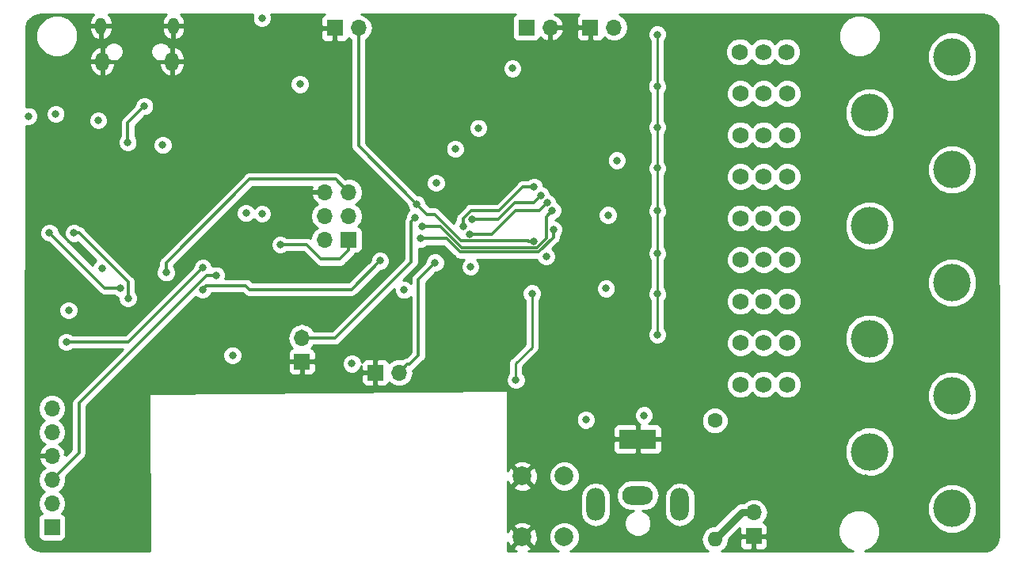
<source format=gbr>
G04 #@! TF.GenerationSoftware,KiCad,Pcbnew,(5.0.0)*
G04 #@! TF.CreationDate,2020-05-27T21:18:53+10:00*
G04 #@! TF.ProjectId,DAQ Board,44415120426F6172642E6B696361645F,rev?*
G04 #@! TF.SameCoordinates,Original*
G04 #@! TF.FileFunction,Copper,L4,Bot,Signal*
G04 #@! TF.FilePolarity,Positive*
%FSLAX46Y46*%
G04 Gerber Fmt 4.6, Leading zero omitted, Abs format (unit mm)*
G04 Created by KiCad (PCBNEW (5.0.0)) date 05/27/20 21:18:53*
%MOMM*%
%LPD*%
G01*
G04 APERTURE LIST*
G04 #@! TA.AperFunction,ComponentPad*
%ADD10R,1.700000X1.700000*%
G04 #@! TD*
G04 #@! TA.AperFunction,ComponentPad*
%ADD11O,1.700000X1.700000*%
G04 #@! TD*
G04 #@! TA.AperFunction,ComponentPad*
%ADD12C,2.000000*%
G04 #@! TD*
G04 #@! TA.AperFunction,ComponentPad*
%ADD13C,1.750000*%
G04 #@! TD*
G04 #@! TA.AperFunction,ComponentPad*
%ADD14C,4.000000*%
G04 #@! TD*
G04 #@! TA.AperFunction,ComponentPad*
%ADD15C,1.600000*%
G04 #@! TD*
G04 #@! TA.AperFunction,ComponentPad*
%ADD16O,1.600000X1.600000*%
G04 #@! TD*
G04 #@! TA.AperFunction,ComponentPad*
%ADD17O,1.450000X2.000000*%
G04 #@! TD*
G04 #@! TA.AperFunction,ComponentPad*
%ADD18O,1.150000X1.800000*%
G04 #@! TD*
G04 #@! TA.AperFunction,ComponentPad*
%ADD19R,4.000000X2.000000*%
G04 #@! TD*
G04 #@! TA.AperFunction,ComponentPad*
%ADD20O,3.300000X2.000000*%
G04 #@! TD*
G04 #@! TA.AperFunction,ComponentPad*
%ADD21O,2.000000X3.500000*%
G04 #@! TD*
G04 #@! TA.AperFunction,ViaPad*
%ADD22C,0.800000*%
G04 #@! TD*
G04 #@! TA.AperFunction,Conductor*
%ADD23C,0.250000*%
G04 #@! TD*
G04 #@! TA.AperFunction,Conductor*
%ADD24C,0.800000*%
G04 #@! TD*
G04 #@! TA.AperFunction,Conductor*
%ADD25C,0.300000*%
G04 #@! TD*
G04 #@! TA.AperFunction,Conductor*
%ADD26C,0.254000*%
G04 #@! TD*
G04 APERTURE END LIST*
D10*
G04 #@! TO.P,J14,1*
G04 #@! TO.N,/GND*
X187380000Y-69090000D03*
D11*
G04 #@! TO.P,J14,2*
G04 #@! TO.N,/ADC1299/VREFP*
X189920000Y-69090000D03*
G04 #@! TD*
D12*
G04 #@! TO.P,PB1,1*
G04 #@! TO.N,/GND*
X180100000Y-117090000D03*
G04 #@! TO.P,PB1,3*
G04 #@! TO.N,/~RESET_5V*
X184600000Y-117090000D03*
G04 #@! TO.P,PB1,4*
X184600000Y-123590000D03*
G04 #@! TO.P,PB1,2*
G04 #@! TO.N,/GND*
X180100000Y-123590000D03*
G04 #@! TD*
D13*
G04 #@! TO.P,SW10,2*
G04 #@! TO.N,Net-(R10-Pad2)*
X205920428Y-76161482D03*
G04 #@! TO.P,SW10,3*
G04 #@! TO.N,Net-(J18-Pad1)*
X208420428Y-76161482D03*
G04 #@! TO.P,SW10,1*
G04 #@! TO.N,/ADC1299/AVDD*
X203420428Y-76161482D03*
G04 #@! TD*
D14*
G04 #@! TO.P,J19,1*
G04 #@! TO.N,Net-(J19-Pad1)*
X226060000Y-72220000D03*
G04 #@! TD*
G04 #@! TO.P,J18,1*
G04 #@! TO.N,Net-(J18-Pad1)*
X217230000Y-78215000D03*
G04 #@! TD*
G04 #@! TO.P,J17,1*
G04 #@! TO.N,Net-(J17-Pad1)*
X226060000Y-84305000D03*
G04 #@! TD*
G04 #@! TO.P,J13,1*
G04 #@! TO.N,Net-(J13-Pad1)*
X217230000Y-90300000D03*
G04 #@! TD*
G04 #@! TO.P,J11,1*
G04 #@! TO.N,Net-(J11-Pad1)*
X226060000Y-96390000D03*
G04 #@! TD*
G04 #@! TO.P,J9,1*
G04 #@! TO.N,Net-(J9-Pad1)*
X217230000Y-102385000D03*
G04 #@! TD*
G04 #@! TO.P,J1,1*
G04 #@! TO.N,Net-(J1-Pad1)*
X226060000Y-120560000D03*
G04 #@! TD*
G04 #@! TO.P,J3,1*
G04 #@! TO.N,Net-(J3-Pad1)*
X217230000Y-114470000D03*
G04 #@! TD*
G04 #@! TO.P,J8,1*
G04 #@! TO.N,Net-(J8-Pad1)*
X226060000Y-108475000D03*
G04 #@! TD*
D11*
G04 #@! TO.P,J5,6*
G04 #@! TO.N,Net-(J5-Pad6)*
X129830428Y-109841482D03*
G04 #@! TO.P,J5,5*
G04 #@! TO.N,/+5V*
X129830428Y-112381482D03*
G04 #@! TO.P,J5,4*
G04 #@! TO.N,/GND*
X129830428Y-114921482D03*
G04 #@! TO.P,J5,3*
G04 #@! TO.N,/HC05_RX*
X129830428Y-117461482D03*
G04 #@! TO.P,J5,2*
G04 #@! TO.N,/HC05_TX*
X129830428Y-120001482D03*
D10*
G04 #@! TO.P,J5,1*
G04 #@! TO.N,Net-(J5-Pad1)*
X129830428Y-122541482D03*
G04 #@! TD*
G04 #@! TO.P,J12,1*
G04 #@! TO.N,/GND*
X156540000Y-104840000D03*
D11*
G04 #@! TO.P,J12,2*
G04 #@! TO.N,/START_3V3*
X156540000Y-102300000D03*
G04 #@! TD*
G04 #@! TO.P,J7,2*
G04 #@! TO.N,/VIN_RAW*
X204860428Y-120981482D03*
D10*
G04 #@! TO.P,J7,1*
G04 #@! TO.N,/GND*
X204860428Y-123521482D03*
G04 #@! TD*
G04 #@! TO.P,J16,1*
G04 #@! TO.N,/GND*
X160060428Y-69151482D03*
D11*
G04 #@! TO.P,J16,2*
G04 #@! TO.N,/~DRDY_3V3*
X162600428Y-69151482D03*
G04 #@! TD*
G04 #@! TO.P,J15,2*
G04 #@! TO.N,/GND*
X183080000Y-69110000D03*
D10*
G04 #@! TO.P,J15,1*
G04 #@! TO.N,/ADC1299/VCAP1*
X180540000Y-69110000D03*
G04 #@! TD*
G04 #@! TO.P,J10,1*
G04 #@! TO.N,/GND*
X164400000Y-106000000D03*
D11*
G04 #@! TO.P,J10,2*
G04 #@! TO.N,/~CS_3V3*
X166940000Y-106000000D03*
G04 #@! TD*
D13*
G04 #@! TO.P,SW7,2*
G04 #@! TO.N,Net-(R7-Pad2)*
X205920428Y-89496482D03*
G04 #@! TO.P,SW7,3*
G04 #@! TO.N,Net-(J11-Pad1)*
X208420428Y-89496482D03*
G04 #@! TO.P,SW7,1*
G04 #@! TO.N,/ADC1299/AVDD*
X203420428Y-89496482D03*
G04 #@! TD*
G04 #@! TO.P,SW3,2*
G04 #@! TO.N,Net-(R3-Pad2)*
X205920428Y-107276482D03*
G04 #@! TO.P,SW3,3*
G04 #@! TO.N,Net-(J1-Pad1)*
X208420428Y-107276482D03*
G04 #@! TO.P,SW3,1*
G04 #@! TO.N,/ADC1299/AVDD*
X203420428Y-107276482D03*
G04 #@! TD*
G04 #@! TO.P,SW4,2*
G04 #@! TO.N,Net-(R4-Pad2)*
X205920428Y-102831482D03*
G04 #@! TO.P,SW4,3*
G04 #@! TO.N,Net-(J3-Pad1)*
X208420428Y-102831482D03*
G04 #@! TO.P,SW4,1*
G04 #@! TO.N,/ADC1299/AVDD*
X203420428Y-102831482D03*
G04 #@! TD*
G04 #@! TO.P,SW5,2*
G04 #@! TO.N,Net-(R5-Pad2)*
X205920428Y-98386482D03*
G04 #@! TO.P,SW5,3*
G04 #@! TO.N,Net-(J8-Pad1)*
X208420428Y-98386482D03*
G04 #@! TO.P,SW5,1*
G04 #@! TO.N,/ADC1299/AVDD*
X203420428Y-98386482D03*
G04 #@! TD*
G04 #@! TO.P,SW6,2*
G04 #@! TO.N,Net-(R6-Pad2)*
X205920428Y-93941482D03*
G04 #@! TO.P,SW6,3*
G04 #@! TO.N,Net-(J9-Pad1)*
X208420428Y-93941482D03*
G04 #@! TO.P,SW6,1*
G04 #@! TO.N,/ADC1299/AVDD*
X203420428Y-93941482D03*
G04 #@! TD*
G04 #@! TO.P,SW8,2*
G04 #@! TO.N,Net-(R8-Pad2)*
X205920428Y-85051482D03*
G04 #@! TO.P,SW8,3*
G04 #@! TO.N,Net-(J13-Pad1)*
X208420428Y-85051482D03*
G04 #@! TO.P,SW8,1*
G04 #@! TO.N,/ADC1299/AVDD*
X203420428Y-85051482D03*
G04 #@! TD*
G04 #@! TO.P,SW9,2*
G04 #@! TO.N,Net-(R9-Pad2)*
X205920428Y-80606482D03*
G04 #@! TO.P,SW9,3*
G04 #@! TO.N,Net-(J17-Pad1)*
X208420428Y-80606482D03*
G04 #@! TO.P,SW9,1*
G04 #@! TO.N,/ADC1299/AVDD*
X203420428Y-80606482D03*
G04 #@! TD*
G04 #@! TO.P,SW11,2*
G04 #@! TO.N,Net-(R11-Pad2)*
X205864548Y-71716482D03*
G04 #@! TO.P,SW11,3*
G04 #@! TO.N,Net-(J19-Pad1)*
X208364548Y-71716482D03*
G04 #@! TO.P,SW11,1*
G04 #@! TO.N,/ADC1299/AVDD*
X203364548Y-71716482D03*
G04 #@! TD*
D15*
G04 #@! TO.P,F1,1*
G04 #@! TO.N,Net-(F1-Pad1)*
X200700428Y-111151482D03*
D16*
G04 #@! TO.P,F1,2*
G04 #@! TO.N,/VIN_RAW*
X200700428Y-123851482D03*
G04 #@! TD*
D17*
G04 #@! TO.P,J2,6*
G04 #@! TO.N,/GND*
X142666843Y-72730245D03*
X135216843Y-72730245D03*
D18*
X142816843Y-68930245D03*
X135066843Y-68930245D03*
G04 #@! TD*
D19*
G04 #@! TO.P,J4,1*
G04 #@! TO.N,/GND*
X192460000Y-113130000D03*
D20*
G04 #@! TO.P,J4,2*
G04 #@! TO.N,/VIN_RAW*
X192460000Y-119130000D03*
D21*
G04 #@! TO.P,J4,MP*
G04 #@! TO.N,N/C*
X187960000Y-120130000D03*
X196960000Y-120130000D03*
G04 #@! TD*
D10*
G04 #@! TO.P,J6,1*
G04 #@! TO.N,/MISO_5V*
X161530000Y-91800000D03*
D11*
G04 #@! TO.P,J6,2*
G04 #@! TO.N,/+5V*
X158990000Y-91800000D03*
G04 #@! TO.P,J6,3*
G04 #@! TO.N,/SCLK_5V*
X161530000Y-89260000D03*
G04 #@! TO.P,J6,4*
G04 #@! TO.N,/MOSI_5V*
X158990000Y-89260000D03*
G04 #@! TO.P,J6,5*
G04 #@! TO.N,/~RESET_5V*
X161530000Y-86720000D03*
G04 #@! TO.P,J6,6*
G04 #@! TO.N,/GND*
X158990000Y-86720000D03*
G04 #@! TD*
D22*
G04 #@! TO.N,Net-(ADC1-Pad17)*
X194550000Y-93260000D03*
X194550000Y-88710000D03*
X194560000Y-84150000D03*
X194540000Y-79760000D03*
X194530000Y-75390000D03*
X194540000Y-69850000D03*
X194540000Y-97600000D03*
X194540000Y-101960000D03*
G04 #@! TO.N,/ADC1299/AVDD*
X175420428Y-79861482D03*
X179050428Y-73481482D03*
X189060000Y-97020000D03*
X190210000Y-83310000D03*
X189270000Y-89160000D03*
X179430000Y-106800000D03*
X181140000Y-97540000D03*
G04 #@! TO.N,/GND*
X216060000Y-120320000D03*
X139440000Y-109510000D03*
X136000000Y-109490000D03*
X162400000Y-107560000D03*
X184170000Y-86530000D03*
X148170428Y-97951482D03*
X127480000Y-68630000D03*
X132930000Y-68690000D03*
X140020000Y-68620000D03*
X148020000Y-68620000D03*
X156020000Y-68620000D03*
X164540000Y-68450000D03*
X172020000Y-68620000D03*
X176020000Y-68620000D03*
X192020000Y-68620000D03*
X196020000Y-68620000D03*
X200020000Y-68620000D03*
X204020000Y-68620000D03*
X208020000Y-68620000D03*
X212020000Y-68620000D03*
X223990000Y-68610000D03*
X220020000Y-68620000D03*
X127990000Y-73680000D03*
X132120000Y-73770000D03*
X144040000Y-74320000D03*
X148020000Y-72620000D03*
X156020000Y-72620000D03*
X168020000Y-72620000D03*
X180020000Y-72620000D03*
X191320000Y-74100000D03*
X200020000Y-72620000D03*
X213580000Y-73530000D03*
X221180000Y-73990000D03*
X137590000Y-76500000D03*
X144020000Y-76620000D03*
X148020000Y-76620000D03*
X156020000Y-76620000D03*
X160020000Y-76620000D03*
X164020000Y-76620000D03*
X184020000Y-76620000D03*
X187490000Y-76620000D03*
X200020000Y-76620000D03*
X207110000Y-73810000D03*
X220020000Y-76620000D03*
X148020000Y-80620000D03*
X156020000Y-80620000D03*
X187500000Y-78440000D03*
X200020000Y-80620000D03*
X220020000Y-80620000D03*
X128020000Y-84620000D03*
X148020000Y-84620000D03*
X150040000Y-83870000D03*
X176350000Y-83310000D03*
X200020000Y-84620000D03*
X220020000Y-84620000D03*
X128020000Y-88620000D03*
X132020000Y-88620000D03*
X136020000Y-88620000D03*
X144020000Y-88620000D03*
X150130000Y-87740000D03*
X200020000Y-88620000D03*
X220020000Y-88620000D03*
X128020000Y-92620000D03*
X140720000Y-90660000D03*
X184020000Y-92620000D03*
X220020000Y-92620000D03*
X128020000Y-96620000D03*
X191640000Y-98520000D03*
X207220000Y-96150000D03*
X212020000Y-96620000D03*
X216020000Y-96620000D03*
X220020000Y-96620000D03*
X128020000Y-100620000D03*
X136020000Y-100620000D03*
X144020000Y-100620000D03*
X152020000Y-100620000D03*
X160020000Y-100620000D03*
X164020000Y-100620000D03*
X167490000Y-99060000D03*
X172020000Y-100620000D03*
X176020000Y-100620000D03*
X180020000Y-100620000D03*
X184020000Y-100620000D03*
X188020000Y-100620000D03*
X190770000Y-102340000D03*
X207180000Y-100630000D03*
X212020000Y-100620000D03*
X216040000Y-99790000D03*
X220020000Y-100620000D03*
X135200000Y-104320000D03*
X160020000Y-104620000D03*
X173540000Y-104220000D03*
X172350000Y-107610000D03*
X176020000Y-104620000D03*
X184020000Y-104620000D03*
X188020000Y-104620000D03*
X200020000Y-104620000D03*
X204020000Y-104620000D03*
X207290000Y-105030000D03*
X212020000Y-104620000D03*
X216650000Y-105450000D03*
X220020000Y-104620000D03*
X131180000Y-108020000D03*
X139990000Y-107530000D03*
X143990000Y-107530000D03*
X147990000Y-107530000D03*
X151990000Y-107530000D03*
X155990000Y-107530000D03*
X159100000Y-107580000D03*
X184020000Y-108620000D03*
X200020000Y-108620000D03*
X212020000Y-108620000D03*
X216020000Y-108620000D03*
X220020000Y-108620000D03*
X128400000Y-111080000D03*
X131450000Y-113610000D03*
X136020000Y-112620000D03*
X139460000Y-112640000D03*
X183160000Y-113550000D03*
X188020000Y-112620000D03*
X196020000Y-112620000D03*
X200690000Y-113920000D03*
X212020000Y-112620000D03*
X216110000Y-111920000D03*
X220020000Y-112620000D03*
X128360000Y-116320000D03*
X132740000Y-116720000D03*
X136020000Y-116620000D03*
X139460000Y-116640000D03*
X211840000Y-120530000D03*
X207780000Y-116690000D03*
X207560000Y-112560000D03*
X204090000Y-112530000D03*
X178420000Y-74860000D03*
X174420000Y-74860000D03*
X170800000Y-99000000D03*
X173840000Y-98620000D03*
X200020000Y-116620000D03*
X204020000Y-116620000D03*
X212020000Y-116620000D03*
X216850000Y-117300000D03*
X220020000Y-116620000D03*
X128020000Y-120620000D03*
X132020000Y-120620000D03*
X139460000Y-120640000D03*
X136030000Y-120630000D03*
X180020000Y-120620000D03*
X182940000Y-120580000D03*
X192420000Y-116310000D03*
X200020000Y-120620000D03*
X208020000Y-120620000D03*
X220020000Y-120620000D03*
X128020000Y-124620000D03*
X132020000Y-124620000D03*
X136020000Y-124620000D03*
X139460000Y-124640000D03*
X188020000Y-124620000D03*
X192020000Y-124620000D03*
X196020000Y-124620000D03*
X208020000Y-124620000D03*
X212020000Y-124620000D03*
X220020000Y-124620000D03*
X212030000Y-76610000D03*
X216040000Y-75320000D03*
X207080000Y-78600000D03*
X212030000Y-80610000D03*
X216090000Y-81430000D03*
X207150000Y-82900000D03*
X212030000Y-84610000D03*
X216030000Y-84610000D03*
X207220000Y-87240000D03*
X212030000Y-88610000D03*
X215870000Y-87510000D03*
X207220000Y-91710000D03*
X212030000Y-92610000D03*
X215830000Y-93350000D03*
X227990000Y-68610000D03*
X230200000Y-68570000D03*
X229350000Y-72500000D03*
X223990000Y-76610000D03*
X227990000Y-76610000D03*
X230340000Y-76610000D03*
X223990000Y-80610000D03*
X227990000Y-80610000D03*
X230240000Y-80570000D03*
X222970000Y-84590000D03*
X229470000Y-84550000D03*
X223990000Y-88610000D03*
X227990000Y-88610000D03*
X230320000Y-88610000D03*
X223990000Y-92610000D03*
X227990000Y-92610000D03*
X230320000Y-92610000D03*
X222940000Y-96710000D03*
X229510000Y-96710000D03*
X223990000Y-100610000D03*
X227990000Y-100610000D03*
X230380000Y-100640000D03*
X223990000Y-104610000D03*
X227990000Y-104610000D03*
X230380000Y-104640000D03*
X223070000Y-108730000D03*
X229510000Y-108730000D03*
X223990000Y-112610000D03*
X227990000Y-112610000D03*
X230420000Y-112620000D03*
X223990000Y-116610000D03*
X227990000Y-116610000D03*
X230420000Y-116620000D03*
X223030000Y-120600000D03*
X229510000Y-120600000D03*
X223990000Y-124610000D03*
X227990000Y-124610000D03*
X230270000Y-124540000D03*
X158860000Y-95180000D03*
X163460000Y-87120000D03*
X173530000Y-88250000D03*
X161400000Y-72010000D03*
X183870000Y-73740000D03*
X191340000Y-76800000D03*
X176160000Y-76800000D03*
X131220000Y-76540000D03*
X128040000Y-76080000D03*
X128040000Y-81900000D03*
X142290000Y-79890000D03*
X161310000Y-80700000D03*
X177000000Y-80620000D03*
X182590000Y-80470000D03*
X188210000Y-86530000D03*
X188150000Y-92610000D03*
X186170000Y-89310000D03*
X154690000Y-95140000D03*
X146220000Y-87110000D03*
X145490000Y-93050000D03*
X148990000Y-93210000D03*
X150240000Y-97900000D03*
X157500000Y-99040000D03*
X132440000Y-105320000D03*
X200110000Y-94400000D03*
X200050000Y-99190000D03*
X161250000Y-83580000D03*
X187960000Y-116400000D03*
X196100000Y-116680000D03*
G04 #@! TO.N,/+5V*
X131600428Y-99341482D03*
X135160000Y-94830000D03*
X149130428Y-104161482D03*
X130220000Y-78360000D03*
X127310000Y-78590000D03*
X134770428Y-79041482D03*
X141670428Y-81671482D03*
X150570428Y-88951482D03*
X152290428Y-89021482D03*
X161900000Y-105060000D03*
G04 #@! TO.N,/VIN*
X152280428Y-68081482D03*
X186910428Y-111061482D03*
X193120428Y-110571482D03*
X156330428Y-75171482D03*
G04 #@! TO.N,Net-(J2-Pad2)*
X139700000Y-77520000D03*
X137930000Y-81380000D03*
G04 #@! TO.N,/Arduino Nano/TX*
X132180428Y-91091482D03*
X137950428Y-98051482D03*
G04 #@! TO.N,/Arduino Nano/RX*
X129550428Y-91061482D03*
X137110428Y-96981482D03*
G04 #@! TO.N,/HC05_RX*
X147380000Y-95610000D03*
G04 #@! TO.N,/~RESET_5V*
X142031316Y-95302370D03*
G04 #@! TO.N,/+3V3*
X174580000Y-94690000D03*
X172940428Y-82091482D03*
X182680000Y-93590000D03*
X170890000Y-85730000D03*
X167480000Y-97170000D03*
G04 #@! TO.N,/~CS_3V3*
X182740000Y-87830000D03*
X174520000Y-91240000D03*
X170790000Y-94240000D03*
G04 #@! TO.N,/MOSI_3V3*
X181360000Y-86180000D03*
X173770000Y-90370000D03*
G04 #@! TO.N,/MISO_3V3*
X169270000Y-91690000D03*
X183420000Y-90700000D03*
G04 #@! TO.N,/SCLK_3V3*
X169400000Y-90360000D03*
X183320000Y-88670000D03*
G04 #@! TO.N,/START_3V3*
X168640000Y-89430000D03*
X174720000Y-89640000D03*
X182080000Y-87060000D03*
G04 #@! TO.N,/~DRDY_3V3*
X181350000Y-91950000D03*
X168810000Y-87990000D03*
G04 #@! TO.N,/MISO_5V*
X154240000Y-92330000D03*
G04 #@! TO.N,/~CS_5V*
X145920000Y-97130000D03*
X164900000Y-94060000D03*
G04 #@! TO.N,/Arduino Nano/SS_TX*
X145960000Y-94810000D03*
X131370000Y-102750000D03*
G04 #@! TD*
D23*
G04 #@! TO.N,Net-(ADC1-Pad17)*
X194540000Y-69850000D02*
X194540000Y-101960000D01*
G04 #@! TO.N,/ADC1299/AVDD*
X179430000Y-105016225D02*
X179430000Y-106800000D01*
X181140000Y-97540000D02*
X181140000Y-103306225D01*
X181140000Y-103306225D02*
X179430000Y-105016225D01*
D24*
G04 #@! TO.N,/VIN_RAW*
X203570428Y-120981482D02*
X204860428Y-120981482D01*
X200700428Y-123851482D02*
X203570428Y-120981482D01*
D25*
G04 #@! TO.N,Net-(J2-Pad2)*
X137930000Y-79290000D02*
X137930000Y-81380000D01*
X139700000Y-77520000D02*
X137930000Y-79290000D01*
G04 #@! TO.N,/Arduino Nano/TX*
X132746113Y-91091482D02*
X132180428Y-91091482D01*
X137950428Y-96295797D02*
X132746113Y-91091482D01*
X137950428Y-98051482D02*
X137950428Y-96295797D01*
G04 #@! TO.N,/Arduino Nano/RX*
X135470428Y-96981482D02*
X129550428Y-91061482D01*
X137110428Y-96981482D02*
X135470428Y-96981482D01*
G04 #@! TO.N,/HC05_RX*
X130680427Y-116611483D02*
X129830428Y-117461482D01*
X132720001Y-114571909D02*
X130680427Y-116611483D01*
X132720001Y-109293997D02*
X132720001Y-114571909D01*
X146403998Y-95610000D02*
X132720001Y-109293997D01*
X147380000Y-95610000D02*
X146403998Y-95610000D01*
G04 #@! TO.N,/~RESET_5V*
X160150000Y-85340000D02*
X161530000Y-86720000D01*
X150956002Y-85340000D02*
X160150000Y-85340000D01*
X142031316Y-95302370D02*
X142031316Y-94264686D01*
X142031316Y-94264686D02*
X150956002Y-85340000D01*
G04 #@! TO.N,/~CS_3V3*
X169000000Y-96030000D02*
X170790000Y-94240000D01*
X170790000Y-94240000D02*
X170790000Y-94240000D01*
X181900000Y-88670000D02*
X182740000Y-87830000D01*
X179430000Y-88670000D02*
X181900000Y-88670000D01*
X174520000Y-91240000D02*
X176860000Y-91240000D01*
X176860000Y-91240000D02*
X179430000Y-88670000D01*
X169000000Y-104170000D02*
X169000000Y-96030000D01*
X168019999Y-105150001D02*
X169000000Y-104170000D01*
X167789999Y-105150001D02*
X168019999Y-105150001D01*
X166940000Y-106000000D02*
X167789999Y-105150001D01*
G04 #@! TO.N,/MOSI_3V3*
X173770000Y-89553998D02*
X174633998Y-88690000D01*
X173770000Y-90370000D02*
X173770000Y-89553998D01*
X174633998Y-88690000D02*
X177650000Y-88690000D01*
X177650000Y-88690000D02*
X180160000Y-86180000D01*
X180160000Y-86180000D02*
X181360000Y-86180000D01*
G04 #@! TO.N,/MISO_3V3*
X183420000Y-91265685D02*
X183420000Y-90700000D01*
X183420000Y-91552412D02*
X183420000Y-91265685D01*
X181852403Y-93120009D02*
X183420000Y-91552412D01*
X173487189Y-93120009D02*
X181852403Y-93120009D01*
X172057180Y-91690000D02*
X173487189Y-93120009D01*
X169270000Y-91690000D02*
X172057180Y-91690000D01*
G04 #@! TO.N,/SCLK_3V3*
X182670000Y-89320000D02*
X183320000Y-88670000D01*
X182670000Y-91666002D02*
X182670000Y-89320000D01*
X181666002Y-92670000D02*
X182670000Y-91666002D01*
X173673590Y-92670000D02*
X181666002Y-92670000D01*
X169400000Y-90360000D02*
X171363590Y-90360000D01*
X171363590Y-90360000D02*
X173673590Y-92670000D01*
G04 #@! TO.N,/START_3V3*
X174720000Y-89640000D02*
X177490000Y-89640000D01*
X177490000Y-89640000D02*
X179330000Y-87800000D01*
X156540000Y-101530000D02*
X156540000Y-102300000D01*
X168240001Y-89829999D02*
X168240001Y-94159999D01*
X168640000Y-89430000D02*
X168240001Y-89829999D01*
X160100000Y-102300000D02*
X156540000Y-102300000D01*
X168240001Y-94159999D02*
X160100000Y-102300000D01*
X181340000Y-87800000D02*
X182080000Y-87060000D01*
X179330000Y-87800000D02*
X181340000Y-87800000D01*
G04 #@! TO.N,/~DRDY_3V3*
X173580001Y-91940001D02*
X170720000Y-89080000D01*
X180774316Y-91940001D02*
X173580001Y-91940001D01*
X180784315Y-91950000D02*
X180774316Y-91940001D01*
X181350000Y-91950000D02*
X180784315Y-91950000D01*
X169900000Y-89080000D02*
X168810000Y-87990000D01*
X170720000Y-89080000D02*
X169900000Y-89080000D01*
X162600428Y-81780428D02*
X162600428Y-69151482D01*
X168810000Y-87990000D02*
X162600428Y-81780428D01*
G04 #@! TO.N,/MISO_5V*
X157046002Y-92330000D02*
X158586002Y-93870000D01*
X154240000Y-92330000D02*
X157046002Y-92330000D01*
X161530000Y-92950000D02*
X161530000Y-91800000D01*
X160610000Y-93870000D02*
X161530000Y-92950000D01*
X158586002Y-93870000D02*
X160610000Y-93870000D01*
G04 #@! TO.N,/~CS_5V*
X161830000Y-97130000D02*
X164900000Y-94060000D01*
X150540001Y-96730001D02*
X150940000Y-97130000D01*
X146319999Y-96730001D02*
X150540001Y-96730001D01*
X145920000Y-97130000D02*
X146319999Y-96730001D01*
X150940000Y-97130000D02*
X161830000Y-97130000D01*
G04 #@! TO.N,/Arduino Nano/SS_TX*
X145560001Y-95209999D02*
X145960000Y-94810000D01*
X131370000Y-102750000D02*
X138020000Y-102750000D01*
X138020000Y-102750000D02*
X145560001Y-95209999D01*
G04 #@! TD*
D26*
G04 #@! TO.N,/GND*
G36*
X229773714Y-67759651D02*
X230166015Y-67920187D01*
X230503398Y-68176787D01*
X230762874Y-68511967D01*
X230926758Y-68902883D01*
X230990033Y-69368132D01*
X231009979Y-123443986D01*
X230950180Y-123913715D01*
X230789645Y-124306013D01*
X230533044Y-124643399D01*
X230197864Y-124902874D01*
X229806948Y-125066758D01*
X229342189Y-125129966D01*
X216700292Y-125123695D01*
X217346026Y-124856223D01*
X217974741Y-124227508D01*
X218315000Y-123406051D01*
X218315000Y-122516913D01*
X217974741Y-121695456D01*
X217346026Y-121066741D01*
X216524569Y-120726482D01*
X215635431Y-120726482D01*
X214813974Y-121066741D01*
X214185259Y-121695456D01*
X213845000Y-122516913D01*
X213845000Y-123406051D01*
X214185259Y-124227508D01*
X214813974Y-124856223D01*
X215458221Y-125123079D01*
X201390724Y-125116100D01*
X201735005Y-124886059D01*
X202052168Y-124411391D01*
X202163393Y-123852228D01*
X202208389Y-123807232D01*
X203375428Y-123807232D01*
X203375428Y-124497792D01*
X203472101Y-124731181D01*
X203650730Y-124909809D01*
X203884119Y-125006482D01*
X204574678Y-125006482D01*
X204733428Y-124847732D01*
X204733428Y-123648482D01*
X204987428Y-123648482D01*
X204987428Y-124847732D01*
X205146178Y-125006482D01*
X205836737Y-125006482D01*
X206070126Y-124909809D01*
X206248755Y-124731181D01*
X206345428Y-124497792D01*
X206345428Y-123807232D01*
X206186678Y-123648482D01*
X204987428Y-123648482D01*
X204733428Y-123648482D01*
X203534178Y-123648482D01*
X203375428Y-123807232D01*
X202208389Y-123807232D01*
X203375428Y-122640193D01*
X203375428Y-123235732D01*
X203534178Y-123394482D01*
X204733428Y-123394482D01*
X204733428Y-123374482D01*
X204987428Y-123374482D01*
X204987428Y-123394482D01*
X206186678Y-123394482D01*
X206345428Y-123235732D01*
X206345428Y-122545172D01*
X206248755Y-122311783D01*
X206070126Y-122133155D01*
X205909395Y-122066578D01*
X205931053Y-122052107D01*
X206259267Y-121560900D01*
X206374520Y-120981482D01*
X206259267Y-120402064D01*
X206014582Y-120035866D01*
X223425000Y-120035866D01*
X223425000Y-121084134D01*
X223826155Y-122052608D01*
X224567392Y-122793845D01*
X225535866Y-123195000D01*
X226584134Y-123195000D01*
X227552608Y-122793845D01*
X228293845Y-122052608D01*
X228695000Y-121084134D01*
X228695000Y-120035866D01*
X228293845Y-119067392D01*
X227552608Y-118326155D01*
X226584134Y-117925000D01*
X225535866Y-117925000D01*
X224567392Y-118326155D01*
X223826155Y-119067392D01*
X223425000Y-120035866D01*
X206014582Y-120035866D01*
X205931053Y-119910857D01*
X205439846Y-119582643D01*
X205006684Y-119496482D01*
X204714172Y-119496482D01*
X204281010Y-119582643D01*
X203789803Y-119910857D01*
X203765999Y-119946482D01*
X203672362Y-119946482D01*
X203570428Y-119926206D01*
X203468493Y-119946482D01*
X203166591Y-120006534D01*
X202824235Y-120235289D01*
X202766493Y-120321706D01*
X200671718Y-122416482D01*
X200559095Y-122416482D01*
X200140519Y-122499742D01*
X199665851Y-122816905D01*
X199348688Y-123291573D01*
X199237315Y-123851482D01*
X199348688Y-124411391D01*
X199665851Y-124886059D01*
X200009107Y-125115415D01*
X185207510Y-125108072D01*
X185526153Y-124976086D01*
X185986086Y-124516153D01*
X186235000Y-123915222D01*
X186235000Y-123264778D01*
X185986086Y-122663847D01*
X185526153Y-122203914D01*
X184925222Y-121955000D01*
X184274778Y-121955000D01*
X183673847Y-122203914D01*
X183213914Y-122663847D01*
X182965000Y-123264778D01*
X182965000Y-123915222D01*
X183213914Y-124516153D01*
X183673847Y-124976086D01*
X183991033Y-125107469D01*
X180741365Y-125105857D01*
X180974264Y-125009387D01*
X181072927Y-124742532D01*
X180100000Y-123769605D01*
X179127073Y-124742532D01*
X179225736Y-125009387D01*
X179483724Y-125105233D01*
X178545016Y-125104767D01*
X178546261Y-124139909D01*
X178680613Y-124464264D01*
X178947468Y-124562927D01*
X179920395Y-123590000D01*
X180279605Y-123590000D01*
X181252532Y-124562927D01*
X181519387Y-124464264D01*
X181745908Y-123854539D01*
X181721856Y-123204540D01*
X181519387Y-122715736D01*
X181252532Y-122617073D01*
X180279605Y-123590000D01*
X179920395Y-123590000D01*
X178947468Y-122617073D01*
X178680613Y-122715736D01*
X178547636Y-123073669D01*
X178548456Y-122437468D01*
X179127073Y-122437468D01*
X180100000Y-123410395D01*
X181072927Y-122437468D01*
X180974264Y-122170613D01*
X180364539Y-121944092D01*
X179714540Y-121968144D01*
X179225736Y-122170613D01*
X179127073Y-122437468D01*
X178548456Y-122437468D01*
X178552606Y-119218970D01*
X186325000Y-119218970D01*
X186325000Y-121041031D01*
X186419865Y-121517945D01*
X186781232Y-122058769D01*
X187322056Y-122420136D01*
X187960000Y-122547031D01*
X188597945Y-122420136D01*
X189138769Y-122058769D01*
X189500136Y-121517945D01*
X189595000Y-121041031D01*
X189595000Y-119218969D01*
X189577303Y-119130000D01*
X190142969Y-119130000D01*
X190269864Y-119767945D01*
X190631231Y-120308769D01*
X191172055Y-120670136D01*
X191648969Y-120765000D01*
X192005566Y-120765000D01*
X191647138Y-120913466D01*
X191243466Y-121317138D01*
X191025000Y-121844561D01*
X191025000Y-122415439D01*
X191243466Y-122942862D01*
X191647138Y-123346534D01*
X192174561Y-123565000D01*
X192745439Y-123565000D01*
X193272862Y-123346534D01*
X193676534Y-122942862D01*
X193895000Y-122415439D01*
X193895000Y-121844561D01*
X193676534Y-121317138D01*
X193272862Y-120913466D01*
X192914434Y-120765000D01*
X193271031Y-120765000D01*
X193747945Y-120670136D01*
X194288769Y-120308769D01*
X194650136Y-119767945D01*
X194759333Y-119218970D01*
X195325000Y-119218970D01*
X195325000Y-121041031D01*
X195419865Y-121517945D01*
X195781232Y-122058769D01*
X196322056Y-122420136D01*
X196960000Y-122547031D01*
X197597945Y-122420136D01*
X198138769Y-122058769D01*
X198500136Y-121517945D01*
X198595000Y-121041031D01*
X198595000Y-119218969D01*
X198500136Y-118742055D01*
X198138769Y-118201231D01*
X197597944Y-117839864D01*
X196960000Y-117712969D01*
X196322055Y-117839864D01*
X195781231Y-118201231D01*
X195419864Y-118742056D01*
X195325000Y-119218970D01*
X194759333Y-119218970D01*
X194777031Y-119130000D01*
X194650136Y-118492055D01*
X194288769Y-117951231D01*
X193747945Y-117589864D01*
X193271031Y-117495000D01*
X191648969Y-117495000D01*
X191172055Y-117589864D01*
X190631231Y-117951231D01*
X190269864Y-118492055D01*
X190142969Y-119130000D01*
X189577303Y-119130000D01*
X189500136Y-118742055D01*
X189138769Y-118201231D01*
X188597944Y-117839864D01*
X187960000Y-117712969D01*
X187322055Y-117839864D01*
X186781231Y-118201231D01*
X186419864Y-118742056D01*
X186325000Y-119218970D01*
X178552606Y-119218970D01*
X178553866Y-118242532D01*
X179127073Y-118242532D01*
X179225736Y-118509387D01*
X179835461Y-118735908D01*
X180485460Y-118711856D01*
X180974264Y-118509387D01*
X181072927Y-118242532D01*
X180100000Y-117269605D01*
X179127073Y-118242532D01*
X178553866Y-118242532D01*
X178554618Y-117660086D01*
X178680613Y-117964264D01*
X178947468Y-118062927D01*
X179920395Y-117090000D01*
X180279605Y-117090000D01*
X181252532Y-118062927D01*
X181519387Y-117964264D01*
X181745908Y-117354539D01*
X181724085Y-116764778D01*
X182965000Y-116764778D01*
X182965000Y-117415222D01*
X183213914Y-118016153D01*
X183673847Y-118476086D01*
X184274778Y-118725000D01*
X184925222Y-118725000D01*
X185526153Y-118476086D01*
X185986086Y-118016153D01*
X186235000Y-117415222D01*
X186235000Y-116764778D01*
X185986086Y-116163847D01*
X185526153Y-115703914D01*
X184925222Y-115455000D01*
X184274778Y-115455000D01*
X183673847Y-115703914D01*
X183213914Y-116163847D01*
X182965000Y-116764778D01*
X181724085Y-116764778D01*
X181721856Y-116704540D01*
X181519387Y-116215736D01*
X181252532Y-116117073D01*
X180279605Y-117090000D01*
X179920395Y-117090000D01*
X178947468Y-116117073D01*
X178680613Y-116215736D01*
X178556049Y-116551025D01*
X178556840Y-115937468D01*
X179127073Y-115937468D01*
X180100000Y-116910395D01*
X181072927Y-115937468D01*
X180974264Y-115670613D01*
X180364539Y-115444092D01*
X179714540Y-115468144D01*
X179225736Y-115670613D01*
X179127073Y-115937468D01*
X178556840Y-115937468D01*
X178560092Y-113415750D01*
X189825000Y-113415750D01*
X189825000Y-114256310D01*
X189921673Y-114489699D01*
X190100302Y-114668327D01*
X190333691Y-114765000D01*
X192174250Y-114765000D01*
X192333000Y-114606250D01*
X192333000Y-113257000D01*
X192587000Y-113257000D01*
X192587000Y-114606250D01*
X192745750Y-114765000D01*
X194586309Y-114765000D01*
X194819698Y-114668327D01*
X194998327Y-114489699D01*
X195095000Y-114256310D01*
X195095000Y-113945866D01*
X214595000Y-113945866D01*
X214595000Y-114994134D01*
X214996155Y-115962608D01*
X215737392Y-116703845D01*
X216705866Y-117105000D01*
X217754134Y-117105000D01*
X218722608Y-116703845D01*
X219463845Y-115962608D01*
X219865000Y-114994134D01*
X219865000Y-113945866D01*
X219463845Y-112977392D01*
X218722608Y-112236155D01*
X217754134Y-111835000D01*
X216705866Y-111835000D01*
X215737392Y-112236155D01*
X214996155Y-112977392D01*
X214595000Y-113945866D01*
X195095000Y-113945866D01*
X195095000Y-113415750D01*
X194936250Y-113257000D01*
X192587000Y-113257000D01*
X192333000Y-113257000D01*
X189983750Y-113257000D01*
X189825000Y-113415750D01*
X178560092Y-113415750D01*
X178563394Y-110855608D01*
X185875428Y-110855608D01*
X185875428Y-111267356D01*
X186032997Y-111647762D01*
X186324148Y-111938913D01*
X186704554Y-112096482D01*
X187116302Y-112096482D01*
X187340322Y-112003690D01*
X189825000Y-112003690D01*
X189825000Y-112844250D01*
X189983750Y-113003000D01*
X192333000Y-113003000D01*
X192333000Y-111653750D01*
X192174250Y-111495000D01*
X190333691Y-111495000D01*
X190100302Y-111591673D01*
X189921673Y-111770301D01*
X189825000Y-112003690D01*
X187340322Y-112003690D01*
X187496708Y-111938913D01*
X187787859Y-111647762D01*
X187945428Y-111267356D01*
X187945428Y-110855608D01*
X187787859Y-110475202D01*
X187678265Y-110365608D01*
X192085428Y-110365608D01*
X192085428Y-110777356D01*
X192242997Y-111157762D01*
X192534148Y-111448913D01*
X192716362Y-111524388D01*
X192587000Y-111653750D01*
X192587000Y-113003000D01*
X194936250Y-113003000D01*
X195095000Y-112844250D01*
X195095000Y-112003690D01*
X194998327Y-111770301D01*
X194819698Y-111591673D01*
X194586309Y-111495000D01*
X193595444Y-111495000D01*
X193706708Y-111448913D01*
X193997859Y-111157762D01*
X194118692Y-110866043D01*
X199265428Y-110866043D01*
X199265428Y-111436921D01*
X199483894Y-111964344D01*
X199887566Y-112368016D01*
X200414989Y-112586482D01*
X200985867Y-112586482D01*
X201513290Y-112368016D01*
X201916962Y-111964344D01*
X202135428Y-111436921D01*
X202135428Y-110866043D01*
X201916962Y-110338620D01*
X201513290Y-109934948D01*
X200985867Y-109716482D01*
X200414989Y-109716482D01*
X199887566Y-109934948D01*
X199483894Y-110338620D01*
X199265428Y-110866043D01*
X194118692Y-110866043D01*
X194155428Y-110777356D01*
X194155428Y-110365608D01*
X193997859Y-109985202D01*
X193706708Y-109694051D01*
X193326302Y-109536482D01*
X192914554Y-109536482D01*
X192534148Y-109694051D01*
X192242997Y-109985202D01*
X192085428Y-110365608D01*
X187678265Y-110365608D01*
X187496708Y-110184051D01*
X187116302Y-110026482D01*
X186704554Y-110026482D01*
X186324148Y-110184051D01*
X186032997Y-110475202D01*
X185875428Y-110855608D01*
X178563394Y-110855608D01*
X178567000Y-108060164D01*
X178556972Y-108010538D01*
X178529140Y-107969540D01*
X178487737Y-107942313D01*
X178439067Y-107933003D01*
X140329067Y-108213003D01*
X140281097Y-108222793D01*
X140239966Y-108250429D01*
X140212542Y-108291702D01*
X140203000Y-108340327D01*
X140246158Y-125085768D01*
X128685220Y-125080033D01*
X128226713Y-125021662D01*
X127834415Y-124861127D01*
X127497029Y-124604526D01*
X127237554Y-124269346D01*
X127073670Y-123878430D01*
X127010455Y-123413620D01*
X127017980Y-109841482D01*
X128316336Y-109841482D01*
X128431589Y-110420900D01*
X128759803Y-110912107D01*
X129058189Y-111111482D01*
X128759803Y-111310857D01*
X128431589Y-111802064D01*
X128316336Y-112381482D01*
X128431589Y-112960900D01*
X128759803Y-113452107D01*
X129078906Y-113665325D01*
X128949070Y-113726299D01*
X128558783Y-114154558D01*
X128388952Y-114564592D01*
X128510273Y-114794482D01*
X129703428Y-114794482D01*
X129703428Y-114774482D01*
X129957428Y-114774482D01*
X129957428Y-114794482D01*
X129977428Y-114794482D01*
X129977428Y-115048482D01*
X129957428Y-115048482D01*
X129957428Y-115068482D01*
X129703428Y-115068482D01*
X129703428Y-115048482D01*
X128510273Y-115048482D01*
X128388952Y-115278372D01*
X128558783Y-115688406D01*
X128949070Y-116116665D01*
X129078906Y-116177639D01*
X128759803Y-116390857D01*
X128431589Y-116882064D01*
X128316336Y-117461482D01*
X128431589Y-118040900D01*
X128759803Y-118532107D01*
X129058189Y-118731482D01*
X128759803Y-118930857D01*
X128431589Y-119422064D01*
X128316336Y-120001482D01*
X128431589Y-120580900D01*
X128759803Y-121072107D01*
X128778047Y-121084298D01*
X128732663Y-121093325D01*
X128522619Y-121233673D01*
X128382271Y-121443717D01*
X128332988Y-121691482D01*
X128332988Y-123391482D01*
X128382271Y-123639247D01*
X128522619Y-123849291D01*
X128732663Y-123989639D01*
X128980428Y-124038922D01*
X130680428Y-124038922D01*
X130928193Y-123989639D01*
X131138237Y-123849291D01*
X131278585Y-123639247D01*
X131327868Y-123391482D01*
X131327868Y-121691482D01*
X131278585Y-121443717D01*
X131138237Y-121233673D01*
X130928193Y-121093325D01*
X130882809Y-121084298D01*
X130901053Y-121072107D01*
X131229267Y-120580900D01*
X131344520Y-120001482D01*
X131229267Y-119422064D01*
X130901053Y-118930857D01*
X130602667Y-118731482D01*
X130901053Y-118532107D01*
X131229267Y-118040900D01*
X131344520Y-117461482D01*
X131277503Y-117124565D01*
X131290176Y-117111892D01*
X131290178Y-117111889D01*
X133220412Y-115181656D01*
X133285954Y-115137862D01*
X133329748Y-115072320D01*
X133329750Y-115072318D01*
X133381991Y-114994134D01*
X133459455Y-114878201D01*
X133505001Y-114649225D01*
X133505001Y-114649221D01*
X133520379Y-114571910D01*
X133505001Y-114494599D01*
X133505001Y-109619154D01*
X139168547Y-103955608D01*
X148095428Y-103955608D01*
X148095428Y-104367356D01*
X148252997Y-104747762D01*
X148544148Y-105038913D01*
X148924554Y-105196482D01*
X149336302Y-105196482D01*
X149507064Y-105125750D01*
X155055000Y-105125750D01*
X155055000Y-105816310D01*
X155151673Y-106049699D01*
X155330302Y-106228327D01*
X155563691Y-106325000D01*
X156254250Y-106325000D01*
X156413000Y-106166250D01*
X156413000Y-104967000D01*
X156667000Y-104967000D01*
X156667000Y-106166250D01*
X156825750Y-106325000D01*
X157516309Y-106325000D01*
X157611066Y-106285750D01*
X162915000Y-106285750D01*
X162915000Y-106976309D01*
X163011673Y-107209698D01*
X163190301Y-107388327D01*
X163423690Y-107485000D01*
X164114250Y-107485000D01*
X164273000Y-107326250D01*
X164273000Y-106127000D01*
X163073750Y-106127000D01*
X162915000Y-106285750D01*
X157611066Y-106285750D01*
X157749698Y-106228327D01*
X157928327Y-106049699D01*
X158025000Y-105816310D01*
X158025000Y-105125750D01*
X157866250Y-104967000D01*
X156667000Y-104967000D01*
X156413000Y-104967000D01*
X155213750Y-104967000D01*
X155055000Y-105125750D01*
X149507064Y-105125750D01*
X149716708Y-105038913D01*
X149901495Y-104854126D01*
X160865000Y-104854126D01*
X160865000Y-105265874D01*
X161022569Y-105646280D01*
X161313720Y-105937431D01*
X161694126Y-106095000D01*
X162105874Y-106095000D01*
X162486280Y-105937431D01*
X162777431Y-105646280D01*
X162915000Y-105314158D01*
X162915000Y-105714250D01*
X163073750Y-105873000D01*
X164273000Y-105873000D01*
X164273000Y-104673750D01*
X164114250Y-104515000D01*
X163423690Y-104515000D01*
X163190301Y-104611673D01*
X163011673Y-104790302D01*
X162935000Y-104975407D01*
X162935000Y-104854126D01*
X162777431Y-104473720D01*
X162486280Y-104182569D01*
X162105874Y-104025000D01*
X161694126Y-104025000D01*
X161313720Y-104182569D01*
X161022569Y-104473720D01*
X160865000Y-104854126D01*
X149901495Y-104854126D01*
X150007859Y-104747762D01*
X150165428Y-104367356D01*
X150165428Y-103955608D01*
X150007859Y-103575202D01*
X149716708Y-103284051D01*
X149336302Y-103126482D01*
X148924554Y-103126482D01*
X148544148Y-103284051D01*
X148252997Y-103575202D01*
X148095428Y-103955608D01*
X139168547Y-103955608D01*
X145225222Y-97898933D01*
X145333720Y-98007431D01*
X145714126Y-98165000D01*
X146125874Y-98165000D01*
X146506280Y-98007431D01*
X146797431Y-97716280D01*
X146880803Y-97515001D01*
X150214844Y-97515001D01*
X150330251Y-97630408D01*
X150374047Y-97695953D01*
X150633708Y-97869454D01*
X150862684Y-97915000D01*
X150862687Y-97915000D01*
X150939999Y-97930378D01*
X151017311Y-97915000D01*
X161752688Y-97915000D01*
X161830000Y-97930378D01*
X161907312Y-97915000D01*
X161907316Y-97915000D01*
X162136292Y-97869454D01*
X162395953Y-97695953D01*
X162439749Y-97630408D01*
X164975157Y-95095000D01*
X165105874Y-95095000D01*
X165486280Y-94937431D01*
X165777431Y-94646280D01*
X165935000Y-94265874D01*
X165935000Y-93854126D01*
X165777431Y-93473720D01*
X165486280Y-93182569D01*
X165105874Y-93025000D01*
X164694126Y-93025000D01*
X164313720Y-93182569D01*
X164022569Y-93473720D01*
X163865000Y-93854126D01*
X163865000Y-93984843D01*
X161504843Y-96345000D01*
X151265157Y-96345000D01*
X151149750Y-96229593D01*
X151105954Y-96164048D01*
X150846293Y-95990547D01*
X150617317Y-95945001D01*
X150617313Y-95945001D01*
X150540001Y-95929623D01*
X150462689Y-95945001D01*
X148361514Y-95945001D01*
X148415000Y-95815874D01*
X148415000Y-95404126D01*
X148257431Y-95023720D01*
X147966280Y-94732569D01*
X147585874Y-94575000D01*
X147174126Y-94575000D01*
X146995000Y-94649196D01*
X146995000Y-94604126D01*
X146837431Y-94223720D01*
X146546280Y-93932569D01*
X146165874Y-93775000D01*
X145754126Y-93775000D01*
X145373720Y-93932569D01*
X145082569Y-94223720D01*
X144925000Y-94604126D01*
X144925000Y-94734843D01*
X137694843Y-101965000D01*
X132048711Y-101965000D01*
X131956280Y-101872569D01*
X131575874Y-101715000D01*
X131164126Y-101715000D01*
X130783720Y-101872569D01*
X130492569Y-102163720D01*
X130335000Y-102544126D01*
X130335000Y-102955874D01*
X130492569Y-103336280D01*
X130783720Y-103627431D01*
X131164126Y-103785000D01*
X131575874Y-103785000D01*
X131956280Y-103627431D01*
X132048711Y-103535000D01*
X137368841Y-103535000D01*
X132219593Y-108684248D01*
X132154048Y-108728044D01*
X131980547Y-108987706D01*
X131935001Y-109216682D01*
X131935001Y-109216685D01*
X131919623Y-109293997D01*
X131935001Y-109371309D01*
X131935002Y-114246750D01*
X131315428Y-114866325D01*
X131315428Y-114794480D01*
X131150584Y-114794480D01*
X131271904Y-114564592D01*
X131102073Y-114154558D01*
X130711786Y-113726299D01*
X130581950Y-113665325D01*
X130901053Y-113452107D01*
X131229267Y-112960900D01*
X131344520Y-112381482D01*
X131229267Y-111802064D01*
X130901053Y-111310857D01*
X130602667Y-111111482D01*
X130901053Y-110912107D01*
X131229267Y-110420900D01*
X131344520Y-109841482D01*
X131229267Y-109262064D01*
X130901053Y-108770857D01*
X130409846Y-108442643D01*
X129976684Y-108356482D01*
X129684172Y-108356482D01*
X129251010Y-108442643D01*
X128759803Y-108770857D01*
X128431589Y-109262064D01*
X128316336Y-109841482D01*
X127017980Y-109841482D01*
X127023916Y-99135608D01*
X130565428Y-99135608D01*
X130565428Y-99547356D01*
X130722997Y-99927762D01*
X131014148Y-100218913D01*
X131394554Y-100376482D01*
X131806302Y-100376482D01*
X132186708Y-100218913D01*
X132477859Y-99927762D01*
X132635428Y-99547356D01*
X132635428Y-99135608D01*
X132477859Y-98755202D01*
X132186708Y-98464051D01*
X131806302Y-98306482D01*
X131394554Y-98306482D01*
X131014148Y-98464051D01*
X130722997Y-98755202D01*
X130565428Y-99135608D01*
X127023916Y-99135608D01*
X127028508Y-90855608D01*
X128515428Y-90855608D01*
X128515428Y-91267356D01*
X128672997Y-91647762D01*
X128964148Y-91938913D01*
X129344554Y-92096482D01*
X129475271Y-92096482D01*
X134860681Y-97481893D01*
X134904475Y-97547435D01*
X134970017Y-97591229D01*
X134970019Y-97591231D01*
X134992542Y-97606280D01*
X135164136Y-97720936D01*
X135393112Y-97766482D01*
X135393116Y-97766482D01*
X135470427Y-97781860D01*
X135547738Y-97766482D01*
X136431717Y-97766482D01*
X136524148Y-97858913D01*
X136904554Y-98016482D01*
X136915428Y-98016482D01*
X136915428Y-98257356D01*
X137072997Y-98637762D01*
X137364148Y-98928913D01*
X137744554Y-99086482D01*
X138156302Y-99086482D01*
X138536708Y-98928913D01*
X138827859Y-98637762D01*
X138985428Y-98257356D01*
X138985428Y-97845608D01*
X138827859Y-97465202D01*
X138735428Y-97372771D01*
X138735428Y-96373109D01*
X138750806Y-96295797D01*
X138735428Y-96218485D01*
X138735428Y-96218481D01*
X138689882Y-95989505D01*
X138649870Y-95929623D01*
X138560177Y-95795388D01*
X138560175Y-95795386D01*
X138516381Y-95729844D01*
X138450839Y-95686050D01*
X137861285Y-95096496D01*
X140996316Y-95096496D01*
X140996316Y-95508244D01*
X141153885Y-95888650D01*
X141445036Y-96179801D01*
X141825442Y-96337370D01*
X142237190Y-96337370D01*
X142617596Y-96179801D01*
X142908747Y-95888650D01*
X143066316Y-95508244D01*
X143066316Y-95096496D01*
X142908747Y-94716090D01*
X142816316Y-94623659D01*
X142816316Y-94589843D01*
X148660551Y-88745608D01*
X149535428Y-88745608D01*
X149535428Y-89157356D01*
X149692997Y-89537762D01*
X149984148Y-89828913D01*
X150364554Y-89986482D01*
X150776302Y-89986482D01*
X151156708Y-89828913D01*
X151402705Y-89582916D01*
X151412997Y-89607762D01*
X151704148Y-89898913D01*
X152084554Y-90056482D01*
X152496302Y-90056482D01*
X152876708Y-89898913D01*
X153167859Y-89607762D01*
X153325428Y-89227356D01*
X153325428Y-88815608D01*
X153167859Y-88435202D01*
X152876708Y-88144051D01*
X152496302Y-87986482D01*
X152084554Y-87986482D01*
X151704148Y-88144051D01*
X151458151Y-88390048D01*
X151447859Y-88365202D01*
X151156708Y-88074051D01*
X150776302Y-87916482D01*
X150364554Y-87916482D01*
X149984148Y-88074051D01*
X149692997Y-88365202D01*
X149535428Y-88745608D01*
X148660551Y-88745608D01*
X151281160Y-86125000D01*
X157647146Y-86125000D01*
X157548524Y-86363110D01*
X157669845Y-86593000D01*
X158863000Y-86593000D01*
X158863000Y-86573000D01*
X159117000Y-86573000D01*
X159117000Y-86593000D01*
X159137000Y-86593000D01*
X159137000Y-86847000D01*
X159117000Y-86847000D01*
X159117000Y-86867000D01*
X158863000Y-86867000D01*
X158863000Y-86847000D01*
X157669845Y-86847000D01*
X157548524Y-87076890D01*
X157718355Y-87486924D01*
X158108642Y-87915183D01*
X158238478Y-87976157D01*
X157919375Y-88189375D01*
X157591161Y-88680582D01*
X157475908Y-89260000D01*
X157591161Y-89839418D01*
X157919375Y-90330625D01*
X158217761Y-90530000D01*
X157919375Y-90729375D01*
X157591161Y-91220582D01*
X157498181Y-91688025D01*
X157352294Y-91590546D01*
X157123318Y-91545000D01*
X157123314Y-91545000D01*
X157046002Y-91529622D01*
X156968690Y-91545000D01*
X154918711Y-91545000D01*
X154826280Y-91452569D01*
X154445874Y-91295000D01*
X154034126Y-91295000D01*
X153653720Y-91452569D01*
X153362569Y-91743720D01*
X153205000Y-92124126D01*
X153205000Y-92535874D01*
X153362569Y-92916280D01*
X153653720Y-93207431D01*
X154034126Y-93365000D01*
X154445874Y-93365000D01*
X154826280Y-93207431D01*
X154918711Y-93115000D01*
X156720845Y-93115000D01*
X157976255Y-94370411D01*
X158020049Y-94435953D01*
X158085591Y-94479747D01*
X158085593Y-94479749D01*
X158121452Y-94503709D01*
X158279710Y-94609454D01*
X158508686Y-94655000D01*
X158508690Y-94655000D01*
X158586002Y-94670378D01*
X158663314Y-94655000D01*
X160532688Y-94655000D01*
X160610000Y-94670378D01*
X160687312Y-94655000D01*
X160687316Y-94655000D01*
X160916292Y-94609454D01*
X161175953Y-94435953D01*
X161219749Y-94370408D01*
X162030411Y-93559747D01*
X162095953Y-93515953D01*
X162139747Y-93450411D01*
X162139749Y-93450409D01*
X162237545Y-93304047D01*
X162241960Y-93297440D01*
X162380000Y-93297440D01*
X162627765Y-93248157D01*
X162837809Y-93107809D01*
X162978157Y-92897765D01*
X163027440Y-92650000D01*
X163027440Y-90950000D01*
X162978157Y-90702235D01*
X162837809Y-90492191D01*
X162627765Y-90351843D01*
X162582381Y-90342816D01*
X162600625Y-90330625D01*
X162928839Y-89839418D01*
X163044092Y-89260000D01*
X162928839Y-88680582D01*
X162600625Y-88189375D01*
X162302239Y-87990000D01*
X162600625Y-87790625D01*
X162928839Y-87299418D01*
X163044092Y-86720000D01*
X162928839Y-86140582D01*
X162600625Y-85649375D01*
X162109418Y-85321161D01*
X161676256Y-85235000D01*
X161383744Y-85235000D01*
X161193082Y-85272925D01*
X160759749Y-84839592D01*
X160715953Y-84774047D01*
X160456292Y-84600546D01*
X160227316Y-84555000D01*
X160227312Y-84555000D01*
X160150000Y-84539622D01*
X160072688Y-84555000D01*
X151033314Y-84555000D01*
X150956002Y-84539622D01*
X150878690Y-84555000D01*
X150878686Y-84555000D01*
X150649710Y-84600546D01*
X150455593Y-84730251D01*
X150455591Y-84730253D01*
X150390049Y-84774047D01*
X150346255Y-84839589D01*
X141530906Y-93654939D01*
X141465364Y-93698733D01*
X141421570Y-93764275D01*
X141421567Y-93764278D01*
X141291862Y-93958395D01*
X141230938Y-94264686D01*
X141246317Y-94342002D01*
X141246317Y-94623658D01*
X141153885Y-94716090D01*
X140996316Y-95096496D01*
X137861285Y-95096496D01*
X133355862Y-90591074D01*
X133312066Y-90525529D01*
X133052405Y-90352028D01*
X132868006Y-90315349D01*
X132766708Y-90214051D01*
X132386302Y-90056482D01*
X131974554Y-90056482D01*
X131594148Y-90214051D01*
X131302997Y-90505202D01*
X131145428Y-90885608D01*
X131145428Y-91297356D01*
X131302997Y-91677762D01*
X131594148Y-91968913D01*
X131974554Y-92126482D01*
X132386302Y-92126482D01*
X132587583Y-92043109D01*
X134535381Y-93990908D01*
X134282569Y-94243720D01*
X134153771Y-94554667D01*
X130585428Y-90986325D01*
X130585428Y-90855608D01*
X130427859Y-90475202D01*
X130136708Y-90184051D01*
X129756302Y-90026482D01*
X129344554Y-90026482D01*
X128964148Y-90184051D01*
X128672997Y-90475202D01*
X128515428Y-90855608D01*
X127028508Y-90855608D01*
X127033876Y-81174126D01*
X136895000Y-81174126D01*
X136895000Y-81585874D01*
X137052569Y-81966280D01*
X137343720Y-82257431D01*
X137724126Y-82415000D01*
X138135874Y-82415000D01*
X138516280Y-82257431D01*
X138807431Y-81966280D01*
X138965000Y-81585874D01*
X138965000Y-81465608D01*
X140635428Y-81465608D01*
X140635428Y-81877356D01*
X140792997Y-82257762D01*
X141084148Y-82548913D01*
X141464554Y-82706482D01*
X141876302Y-82706482D01*
X142256708Y-82548913D01*
X142547859Y-82257762D01*
X142705428Y-81877356D01*
X142705428Y-81465608D01*
X142547859Y-81085202D01*
X142256708Y-80794051D01*
X141876302Y-80636482D01*
X141464554Y-80636482D01*
X141084148Y-80794051D01*
X140792997Y-81085202D01*
X140635428Y-81465608D01*
X138965000Y-81465608D01*
X138965000Y-81174126D01*
X138807431Y-80793720D01*
X138715000Y-80701289D01*
X138715000Y-79615157D01*
X139775158Y-78555000D01*
X139905874Y-78555000D01*
X140286280Y-78397431D01*
X140577431Y-78106280D01*
X140735000Y-77725874D01*
X140735000Y-77314126D01*
X140577431Y-76933720D01*
X140286280Y-76642569D01*
X139905874Y-76485000D01*
X139494126Y-76485000D01*
X139113720Y-76642569D01*
X138822569Y-76933720D01*
X138665000Y-77314126D01*
X138665000Y-77444842D01*
X137429592Y-78680251D01*
X137364047Y-78724047D01*
X137320251Y-78789592D01*
X137295602Y-78826482D01*
X137190546Y-78983709D01*
X137145000Y-79212685D01*
X137145000Y-79212688D01*
X137129622Y-79290000D01*
X137145000Y-79367312D01*
X137145001Y-80701288D01*
X137052569Y-80793720D01*
X136895000Y-81174126D01*
X127033876Y-81174126D01*
X127034752Y-79596264D01*
X127104126Y-79625000D01*
X127515874Y-79625000D01*
X127896280Y-79467431D01*
X128187431Y-79176280D01*
X128345000Y-78795874D01*
X128345000Y-78384126D01*
X128249732Y-78154126D01*
X129185000Y-78154126D01*
X129185000Y-78565874D01*
X129342569Y-78946280D01*
X129633720Y-79237431D01*
X130014126Y-79395000D01*
X130425874Y-79395000D01*
X130806280Y-79237431D01*
X131097431Y-78946280D01*
X131143272Y-78835608D01*
X133735428Y-78835608D01*
X133735428Y-79247356D01*
X133892997Y-79627762D01*
X134184148Y-79918913D01*
X134564554Y-80076482D01*
X134976302Y-80076482D01*
X135356708Y-79918913D01*
X135647859Y-79627762D01*
X135805428Y-79247356D01*
X135805428Y-78835608D01*
X135647859Y-78455202D01*
X135356708Y-78164051D01*
X134976302Y-78006482D01*
X134564554Y-78006482D01*
X134184148Y-78164051D01*
X133892997Y-78455202D01*
X133735428Y-78835608D01*
X131143272Y-78835608D01*
X131255000Y-78565874D01*
X131255000Y-78154126D01*
X131097431Y-77773720D01*
X130806280Y-77482569D01*
X130425874Y-77325000D01*
X130014126Y-77325000D01*
X129633720Y-77482569D01*
X129342569Y-77773720D01*
X129185000Y-78154126D01*
X128249732Y-78154126D01*
X128187431Y-78003720D01*
X127896280Y-77712569D01*
X127515874Y-77555000D01*
X127104126Y-77555000D01*
X127035868Y-77583273D01*
X127037319Y-74965608D01*
X155295428Y-74965608D01*
X155295428Y-75377356D01*
X155452997Y-75757762D01*
X155744148Y-76048913D01*
X156124554Y-76206482D01*
X156536302Y-76206482D01*
X156916708Y-76048913D01*
X157207859Y-75757762D01*
X157365428Y-75377356D01*
X157365428Y-74965608D01*
X157207859Y-74585202D01*
X156916708Y-74294051D01*
X156536302Y-74136482D01*
X156124554Y-74136482D01*
X155744148Y-74294051D01*
X155452997Y-74585202D01*
X155295428Y-74965608D01*
X127037319Y-74965608D01*
X127038489Y-72857245D01*
X133856843Y-72857245D01*
X133856843Y-73132245D01*
X134008968Y-73643027D01*
X134344981Y-74056712D01*
X134813727Y-74310321D01*
X134879585Y-74322764D01*
X135089843Y-74199763D01*
X135089843Y-72857245D01*
X135343843Y-72857245D01*
X135343843Y-74199763D01*
X135554101Y-74322764D01*
X135619959Y-74310321D01*
X136088705Y-74056712D01*
X136424718Y-73643027D01*
X136576843Y-73132245D01*
X136576843Y-72857245D01*
X141306843Y-72857245D01*
X141306843Y-73132245D01*
X141458968Y-73643027D01*
X141794981Y-74056712D01*
X142263727Y-74310321D01*
X142329585Y-74322764D01*
X142539843Y-74199763D01*
X142539843Y-72857245D01*
X142793843Y-72857245D01*
X142793843Y-74199763D01*
X143004101Y-74322764D01*
X143069959Y-74310321D01*
X143538705Y-74056712D01*
X143874718Y-73643027D01*
X144026843Y-73132245D01*
X144026843Y-72857245D01*
X142793843Y-72857245D01*
X142539843Y-72857245D01*
X141306843Y-72857245D01*
X136576843Y-72857245D01*
X135343843Y-72857245D01*
X135089843Y-72857245D01*
X133856843Y-72857245D01*
X127038489Y-72857245D01*
X127038782Y-72328245D01*
X133856843Y-72328245D01*
X133856843Y-72603245D01*
X135089843Y-72603245D01*
X135089843Y-71260727D01*
X135343843Y-71260727D01*
X135343843Y-72603245D01*
X135960260Y-72603245D01*
X136038006Y-72655193D01*
X136339908Y-72715245D01*
X136543778Y-72715245D01*
X136845680Y-72655193D01*
X137188036Y-72426438D01*
X137416791Y-72084082D01*
X137497119Y-71680245D01*
X140386567Y-71680245D01*
X140466895Y-72084082D01*
X140695650Y-72426438D01*
X141038006Y-72655193D01*
X141339908Y-72715245D01*
X141543778Y-72715245D01*
X141845680Y-72655193D01*
X141923426Y-72603245D01*
X142539843Y-72603245D01*
X142539843Y-71260727D01*
X142793843Y-71260727D01*
X142793843Y-72603245D01*
X144026843Y-72603245D01*
X144026843Y-72328245D01*
X143874718Y-71817463D01*
X143538705Y-71403778D01*
X143069959Y-71150169D01*
X143004101Y-71137726D01*
X142793843Y-71260727D01*
X142539843Y-71260727D01*
X142329585Y-71137726D01*
X142324738Y-71138642D01*
X142188036Y-70934052D01*
X141845680Y-70705297D01*
X141543778Y-70645245D01*
X141339908Y-70645245D01*
X141038006Y-70705297D01*
X140695650Y-70934052D01*
X140466895Y-71276408D01*
X140386567Y-71680245D01*
X137497119Y-71680245D01*
X137416791Y-71276408D01*
X137188036Y-70934052D01*
X136845680Y-70705297D01*
X136543778Y-70645245D01*
X136339908Y-70645245D01*
X136038006Y-70705297D01*
X135695650Y-70934052D01*
X135558948Y-71138642D01*
X135554101Y-71137726D01*
X135343843Y-71260727D01*
X135089843Y-71260727D01*
X134879585Y-71137726D01*
X134813727Y-71150169D01*
X134344981Y-71403778D01*
X134008968Y-71817463D01*
X133856843Y-72328245D01*
X127038782Y-72328245D01*
X127040314Y-69566913D01*
X128125428Y-69566913D01*
X128125428Y-70456051D01*
X128465687Y-71277508D01*
X129094402Y-71906223D01*
X129915859Y-72246482D01*
X130804997Y-72246482D01*
X131626454Y-71906223D01*
X132255169Y-71277508D01*
X132595428Y-70456051D01*
X132595428Y-69566913D01*
X132384317Y-69057245D01*
X133856843Y-69057245D01*
X133856843Y-69382245D01*
X133997550Y-69835625D01*
X134301047Y-70200647D01*
X134721129Y-70421740D01*
X134753166Y-70423880D01*
X134939843Y-70298795D01*
X134939843Y-69057245D01*
X135193843Y-69057245D01*
X135193843Y-70298795D01*
X135380520Y-70423880D01*
X135412557Y-70421740D01*
X135832639Y-70200647D01*
X136136136Y-69835625D01*
X136276843Y-69382245D01*
X136276843Y-69057245D01*
X141606843Y-69057245D01*
X141606843Y-69382245D01*
X141747550Y-69835625D01*
X142051047Y-70200647D01*
X142471129Y-70421740D01*
X142503166Y-70423880D01*
X142689843Y-70298795D01*
X142689843Y-69057245D01*
X142943843Y-69057245D01*
X142943843Y-70298795D01*
X143130520Y-70423880D01*
X143162557Y-70421740D01*
X143582639Y-70200647D01*
X143886136Y-69835625D01*
X144009777Y-69437232D01*
X158575428Y-69437232D01*
X158575428Y-70127791D01*
X158672101Y-70361180D01*
X158850729Y-70539809D01*
X159084118Y-70636482D01*
X159774678Y-70636482D01*
X159933428Y-70477732D01*
X159933428Y-69278482D01*
X158734178Y-69278482D01*
X158575428Y-69437232D01*
X144009777Y-69437232D01*
X144026843Y-69382245D01*
X144026843Y-69057245D01*
X142943843Y-69057245D01*
X142689843Y-69057245D01*
X141606843Y-69057245D01*
X136276843Y-69057245D01*
X135193843Y-69057245D01*
X134939843Y-69057245D01*
X133856843Y-69057245D01*
X132384317Y-69057245D01*
X132255169Y-68745456D01*
X131626454Y-68116741D01*
X130804997Y-67776482D01*
X129915859Y-67776482D01*
X129094402Y-68116741D01*
X128465687Y-68745456D01*
X128125428Y-69566913D01*
X127040314Y-69566913D01*
X127040414Y-69386611D01*
X127100079Y-68917935D01*
X127260615Y-68525634D01*
X127517215Y-68188251D01*
X127852395Y-67928775D01*
X128243311Y-67764891D01*
X128709548Y-67701481D01*
X134266495Y-67701400D01*
X133997550Y-68024865D01*
X133856843Y-68478245D01*
X133856843Y-68803245D01*
X134939843Y-68803245D01*
X134939843Y-68783245D01*
X135193843Y-68783245D01*
X135193843Y-68803245D01*
X136276843Y-68803245D01*
X136276843Y-68478245D01*
X136136136Y-68024865D01*
X135867172Y-67701376D01*
X142016590Y-67701285D01*
X141747550Y-68024865D01*
X141606843Y-68478245D01*
X141606843Y-68803245D01*
X142689843Y-68803245D01*
X142689843Y-68783245D01*
X142943843Y-68783245D01*
X142943843Y-68803245D01*
X144026843Y-68803245D01*
X144026843Y-68478245D01*
X143886136Y-68024865D01*
X143617077Y-67701262D01*
X151317691Y-67701148D01*
X151245428Y-67875608D01*
X151245428Y-68287356D01*
X151402997Y-68667762D01*
X151694148Y-68958913D01*
X152074554Y-69116482D01*
X152486302Y-69116482D01*
X152866708Y-68958913D01*
X153157859Y-68667762D01*
X153315428Y-68287356D01*
X153315428Y-67875608D01*
X153243153Y-67701120D01*
X159000699Y-67701035D01*
X158850729Y-67763155D01*
X158672101Y-67941784D01*
X158575428Y-68175173D01*
X158575428Y-68865732D01*
X158734178Y-69024482D01*
X159933428Y-69024482D01*
X159933428Y-69004482D01*
X160187428Y-69004482D01*
X160187428Y-69024482D01*
X160207428Y-69024482D01*
X160207428Y-69278482D01*
X160187428Y-69278482D01*
X160187428Y-70477732D01*
X160346178Y-70636482D01*
X161036738Y-70636482D01*
X161270127Y-70539809D01*
X161448755Y-70361180D01*
X161515332Y-70200449D01*
X161529803Y-70222107D01*
X161815429Y-70412956D01*
X161815428Y-81703116D01*
X161800050Y-81780428D01*
X161815428Y-81857740D01*
X161815428Y-81857743D01*
X161857878Y-82071155D01*
X161860974Y-82086719D01*
X161975262Y-82257762D01*
X162034475Y-82346381D01*
X162100020Y-82390177D01*
X167775000Y-88065158D01*
X167775000Y-88195874D01*
X167932569Y-88576280D01*
X167981289Y-88625000D01*
X167762569Y-88843720D01*
X167605000Y-89224126D01*
X167605000Y-89367383D01*
X167592366Y-89386291D01*
X167500547Y-89523708D01*
X167455001Y-89752684D01*
X167455001Y-89752687D01*
X167439623Y-89829999D01*
X167455001Y-89907311D01*
X167455002Y-93834840D01*
X159774843Y-101515000D01*
X157801474Y-101515000D01*
X157610625Y-101229375D01*
X157119418Y-100901161D01*
X156966237Y-100870691D01*
X156846291Y-100790546D01*
X156540000Y-100729621D01*
X156233708Y-100790546D01*
X156113762Y-100870692D01*
X155960582Y-100901161D01*
X155469375Y-101229375D01*
X155141161Y-101720582D01*
X155025908Y-102300000D01*
X155141161Y-102879418D01*
X155469375Y-103370625D01*
X155491033Y-103385096D01*
X155330302Y-103451673D01*
X155151673Y-103630301D01*
X155055000Y-103863690D01*
X155055000Y-104554250D01*
X155213750Y-104713000D01*
X156413000Y-104713000D01*
X156413000Y-104693000D01*
X156667000Y-104693000D01*
X156667000Y-104713000D01*
X157866250Y-104713000D01*
X158025000Y-104554250D01*
X158025000Y-103863690D01*
X157928327Y-103630301D01*
X157749698Y-103451673D01*
X157588967Y-103385096D01*
X157610625Y-103370625D01*
X157801474Y-103085000D01*
X160022688Y-103085000D01*
X160100000Y-103100378D01*
X160177312Y-103085000D01*
X160177316Y-103085000D01*
X160406292Y-103039454D01*
X160665953Y-102865953D01*
X160709749Y-102800408D01*
X166445000Y-97065158D01*
X166445000Y-97375874D01*
X166602569Y-97756280D01*
X166893720Y-98047431D01*
X167274126Y-98205000D01*
X167685874Y-98205000D01*
X168066280Y-98047431D01*
X168215001Y-97898710D01*
X168215000Y-103844843D01*
X167690412Y-104369431D01*
X167483707Y-104410547D01*
X167289590Y-104540252D01*
X167289588Y-104540254D01*
X167272068Y-104551960D01*
X167086256Y-104515000D01*
X166793744Y-104515000D01*
X166360582Y-104601161D01*
X165869375Y-104929375D01*
X165854904Y-104951033D01*
X165788327Y-104790302D01*
X165609699Y-104611673D01*
X165376310Y-104515000D01*
X164685750Y-104515000D01*
X164527000Y-104673750D01*
X164527000Y-105873000D01*
X164547000Y-105873000D01*
X164547000Y-106127000D01*
X164527000Y-106127000D01*
X164527000Y-107326250D01*
X164685750Y-107485000D01*
X165376310Y-107485000D01*
X165609699Y-107388327D01*
X165788327Y-107209698D01*
X165854904Y-107048967D01*
X165869375Y-107070625D01*
X166360582Y-107398839D01*
X166793744Y-107485000D01*
X167086256Y-107485000D01*
X167519418Y-107398839D01*
X168010625Y-107070625D01*
X168329011Y-106594126D01*
X178395000Y-106594126D01*
X178395000Y-107005874D01*
X178552569Y-107386280D01*
X178843720Y-107677431D01*
X179224126Y-107835000D01*
X179635874Y-107835000D01*
X180016280Y-107677431D01*
X180307431Y-107386280D01*
X180465000Y-107005874D01*
X180465000Y-106976124D01*
X201910428Y-106976124D01*
X201910428Y-107576840D01*
X202140312Y-108131828D01*
X202565082Y-108556598D01*
X203120070Y-108786482D01*
X203720786Y-108786482D01*
X204275774Y-108556598D01*
X204670428Y-108161944D01*
X205065082Y-108556598D01*
X205620070Y-108786482D01*
X206220786Y-108786482D01*
X206775774Y-108556598D01*
X207170428Y-108161944D01*
X207565082Y-108556598D01*
X208120070Y-108786482D01*
X208720786Y-108786482D01*
X209275774Y-108556598D01*
X209700544Y-108131828D01*
X209775501Y-107950866D01*
X223425000Y-107950866D01*
X223425000Y-108999134D01*
X223826155Y-109967608D01*
X224567392Y-110708845D01*
X225535866Y-111110000D01*
X226584134Y-111110000D01*
X227552608Y-110708845D01*
X228293845Y-109967608D01*
X228695000Y-108999134D01*
X228695000Y-107950866D01*
X228293845Y-106982392D01*
X227552608Y-106241155D01*
X226584134Y-105840000D01*
X225535866Y-105840000D01*
X224567392Y-106241155D01*
X223826155Y-106982392D01*
X223425000Y-107950866D01*
X209775501Y-107950866D01*
X209930428Y-107576840D01*
X209930428Y-106976124D01*
X209700544Y-106421136D01*
X209275774Y-105996366D01*
X208720786Y-105766482D01*
X208120070Y-105766482D01*
X207565082Y-105996366D01*
X207170428Y-106391020D01*
X206775774Y-105996366D01*
X206220786Y-105766482D01*
X205620070Y-105766482D01*
X205065082Y-105996366D01*
X204670428Y-106391020D01*
X204275774Y-105996366D01*
X203720786Y-105766482D01*
X203120070Y-105766482D01*
X202565082Y-105996366D01*
X202140312Y-106421136D01*
X201910428Y-106976124D01*
X180465000Y-106976124D01*
X180465000Y-106594126D01*
X180307431Y-106213720D01*
X180190000Y-106096289D01*
X180190000Y-105331026D01*
X181624473Y-103896554D01*
X181687929Y-103854154D01*
X181855904Y-103602762D01*
X181900000Y-103381077D01*
X181900000Y-103381073D01*
X181914888Y-103306226D01*
X181900000Y-103231379D01*
X181900000Y-98243711D01*
X182017431Y-98126280D01*
X182175000Y-97745874D01*
X182175000Y-97334126D01*
X182017431Y-96953720D01*
X181877837Y-96814126D01*
X188025000Y-96814126D01*
X188025000Y-97225874D01*
X188182569Y-97606280D01*
X188473720Y-97897431D01*
X188854126Y-98055000D01*
X189265874Y-98055000D01*
X189646280Y-97897431D01*
X189937431Y-97606280D01*
X190095000Y-97225874D01*
X190095000Y-96814126D01*
X189937431Y-96433720D01*
X189646280Y-96142569D01*
X189265874Y-95985000D01*
X188854126Y-95985000D01*
X188473720Y-96142569D01*
X188182569Y-96433720D01*
X188025000Y-96814126D01*
X181877837Y-96814126D01*
X181726280Y-96662569D01*
X181345874Y-96505000D01*
X180934126Y-96505000D01*
X180553720Y-96662569D01*
X180262569Y-96953720D01*
X180105000Y-97334126D01*
X180105000Y-97745874D01*
X180262569Y-98126280D01*
X180380000Y-98243711D01*
X180380001Y-102991422D01*
X178945530Y-104425894D01*
X178882071Y-104468296D01*
X178714096Y-104719689D01*
X178670000Y-104941374D01*
X178670000Y-104941378D01*
X178655112Y-105016225D01*
X178670000Y-105091072D01*
X178670001Y-106096288D01*
X178552569Y-106213720D01*
X178395000Y-106594126D01*
X168329011Y-106594126D01*
X168338839Y-106579418D01*
X168454092Y-106000000D01*
X168419690Y-105827048D01*
X168585952Y-105715954D01*
X168629748Y-105650409D01*
X169500408Y-104779749D01*
X169565953Y-104735953D01*
X169739454Y-104476292D01*
X169785000Y-104247316D01*
X169785000Y-104247312D01*
X169800378Y-104170000D01*
X169785000Y-104092688D01*
X169785000Y-96355157D01*
X170865158Y-95275000D01*
X170995874Y-95275000D01*
X171376280Y-95117431D01*
X171667431Y-94826280D01*
X171825000Y-94445874D01*
X171825000Y-94034126D01*
X171667431Y-93653720D01*
X171376280Y-93362569D01*
X170995874Y-93205000D01*
X170584126Y-93205000D01*
X170203720Y-93362569D01*
X169912569Y-93653720D01*
X169755000Y-94034126D01*
X169755000Y-94164842D01*
X168499590Y-95420253D01*
X168434048Y-95464047D01*
X168390254Y-95529589D01*
X168390251Y-95529592D01*
X168260546Y-95723709D01*
X168199622Y-96030000D01*
X168215001Y-96107317D01*
X168215001Y-96441290D01*
X168066280Y-96292569D01*
X167685874Y-96135000D01*
X167375158Y-96135000D01*
X168740412Y-94769746D01*
X168805954Y-94725952D01*
X168849748Y-94660410D01*
X168849750Y-94660408D01*
X168979455Y-94466291D01*
X168983516Y-94445874D01*
X169025001Y-94237315D01*
X169025001Y-94237311D01*
X169040379Y-94159999D01*
X169025001Y-94082687D01*
X169025001Y-92708794D01*
X169064126Y-92725000D01*
X169475874Y-92725000D01*
X169856280Y-92567431D01*
X169948711Y-92475000D01*
X171732023Y-92475000D01*
X172877442Y-93620420D01*
X172921236Y-93685962D01*
X172986778Y-93729756D01*
X172986780Y-93729758D01*
X173161167Y-93846280D01*
X173180897Y-93859463D01*
X173409873Y-93905009D01*
X173409876Y-93905009D01*
X173487188Y-93920387D01*
X173564500Y-93905009D01*
X173901280Y-93905009D01*
X173702569Y-94103720D01*
X173545000Y-94484126D01*
X173545000Y-94895874D01*
X173702569Y-95276280D01*
X173993720Y-95567431D01*
X174374126Y-95725000D01*
X174785874Y-95725000D01*
X175166280Y-95567431D01*
X175457431Y-95276280D01*
X175615000Y-94895874D01*
X175615000Y-94484126D01*
X175457431Y-94103720D01*
X175258720Y-93905009D01*
X181690205Y-93905009D01*
X181802569Y-94176280D01*
X182093720Y-94467431D01*
X182474126Y-94625000D01*
X182885874Y-94625000D01*
X183266280Y-94467431D01*
X183557431Y-94176280D01*
X183715000Y-93795874D01*
X183715000Y-93384126D01*
X183557431Y-93003720D01*
X183318140Y-92764429D01*
X183920411Y-92162159D01*
X183985953Y-92118365D01*
X184029747Y-92052823D01*
X184029749Y-92052821D01*
X184159454Y-91858704D01*
X184164977Y-91830936D01*
X184205000Y-91629728D01*
X184205000Y-91629724D01*
X184220378Y-91552412D01*
X184205000Y-91475100D01*
X184205000Y-91378711D01*
X184297431Y-91286280D01*
X184455000Y-90905874D01*
X184455000Y-90494126D01*
X184297431Y-90113720D01*
X184006280Y-89822569D01*
X183625874Y-89665000D01*
X183622443Y-89665000D01*
X183906280Y-89547431D01*
X184197431Y-89256280D01*
X184322587Y-88954126D01*
X188235000Y-88954126D01*
X188235000Y-89365874D01*
X188392569Y-89746280D01*
X188683720Y-90037431D01*
X189064126Y-90195000D01*
X189475874Y-90195000D01*
X189856280Y-90037431D01*
X190147431Y-89746280D01*
X190305000Y-89365874D01*
X190305000Y-88954126D01*
X190147431Y-88573720D01*
X189856280Y-88282569D01*
X189475874Y-88125000D01*
X189064126Y-88125000D01*
X188683720Y-88282569D01*
X188392569Y-88573720D01*
X188235000Y-88954126D01*
X184322587Y-88954126D01*
X184355000Y-88875874D01*
X184355000Y-88464126D01*
X184197431Y-88083720D01*
X183906280Y-87792569D01*
X183775000Y-87738191D01*
X183775000Y-87624126D01*
X183617431Y-87243720D01*
X183326280Y-86952569D01*
X183115000Y-86865054D01*
X183115000Y-86854126D01*
X182957431Y-86473720D01*
X182666280Y-86182569D01*
X182395000Y-86070201D01*
X182395000Y-85974126D01*
X182237431Y-85593720D01*
X181946280Y-85302569D01*
X181565874Y-85145000D01*
X181154126Y-85145000D01*
X180773720Y-85302569D01*
X180681289Y-85395000D01*
X180237311Y-85395000D01*
X180159999Y-85379622D01*
X180082687Y-85395000D01*
X180082684Y-85395000D01*
X179853708Y-85440546D01*
X179659591Y-85570251D01*
X179659589Y-85570253D01*
X179594047Y-85614047D01*
X179550253Y-85679589D01*
X177324843Y-87905000D01*
X174711310Y-87905000D01*
X174633998Y-87889622D01*
X174556686Y-87905000D01*
X174556682Y-87905000D01*
X174327706Y-87950546D01*
X174068045Y-88124047D01*
X174024249Y-88189592D01*
X173269590Y-88944251D01*
X173204048Y-88988045D01*
X173160254Y-89053587D01*
X173160251Y-89053590D01*
X173030546Y-89247707D01*
X173013183Y-89335000D01*
X172985000Y-89476682D01*
X172985000Y-89476686D01*
X172969622Y-89553998D01*
X172985000Y-89631310D01*
X172985000Y-89691289D01*
X172892569Y-89783720D01*
X172787511Y-90037353D01*
X171329748Y-88579591D01*
X171285953Y-88514047D01*
X171026292Y-88340546D01*
X170797316Y-88295000D01*
X170797312Y-88295000D01*
X170720000Y-88279622D01*
X170642688Y-88295000D01*
X170225158Y-88295000D01*
X169845000Y-87914843D01*
X169845000Y-87784126D01*
X169687431Y-87403720D01*
X169396280Y-87112569D01*
X169015874Y-86955000D01*
X168885158Y-86955000D01*
X167454284Y-85524126D01*
X169855000Y-85524126D01*
X169855000Y-85935874D01*
X170012569Y-86316280D01*
X170303720Y-86607431D01*
X170684126Y-86765000D01*
X171095874Y-86765000D01*
X171476280Y-86607431D01*
X171767431Y-86316280D01*
X171925000Y-85935874D01*
X171925000Y-85524126D01*
X171767431Y-85143720D01*
X171476280Y-84852569D01*
X171095874Y-84695000D01*
X170684126Y-84695000D01*
X170303720Y-84852569D01*
X170012569Y-85143720D01*
X169855000Y-85524126D01*
X167454284Y-85524126D01*
X163815766Y-81885608D01*
X171905428Y-81885608D01*
X171905428Y-82297356D01*
X172062997Y-82677762D01*
X172354148Y-82968913D01*
X172734554Y-83126482D01*
X173146302Y-83126482D01*
X173200274Y-83104126D01*
X189175000Y-83104126D01*
X189175000Y-83515874D01*
X189332569Y-83896280D01*
X189623720Y-84187431D01*
X190004126Y-84345000D01*
X190415874Y-84345000D01*
X190796280Y-84187431D01*
X191087431Y-83896280D01*
X191245000Y-83515874D01*
X191245000Y-83104126D01*
X191087431Y-82723720D01*
X190796280Y-82432569D01*
X190415874Y-82275000D01*
X190004126Y-82275000D01*
X189623720Y-82432569D01*
X189332569Y-82723720D01*
X189175000Y-83104126D01*
X173200274Y-83104126D01*
X173526708Y-82968913D01*
X173817859Y-82677762D01*
X173975428Y-82297356D01*
X173975428Y-81885608D01*
X173817859Y-81505202D01*
X173526708Y-81214051D01*
X173146302Y-81056482D01*
X172734554Y-81056482D01*
X172354148Y-81214051D01*
X172062997Y-81505202D01*
X171905428Y-81885608D01*
X163815766Y-81885608D01*
X163385428Y-81455271D01*
X163385428Y-79655608D01*
X174385428Y-79655608D01*
X174385428Y-80067356D01*
X174542997Y-80447762D01*
X174834148Y-80738913D01*
X175214554Y-80896482D01*
X175626302Y-80896482D01*
X176006708Y-80738913D01*
X176297859Y-80447762D01*
X176455428Y-80067356D01*
X176455428Y-79655608D01*
X176297859Y-79275202D01*
X176006708Y-78984051D01*
X175626302Y-78826482D01*
X175214554Y-78826482D01*
X174834148Y-78984051D01*
X174542997Y-79275202D01*
X174385428Y-79655608D01*
X163385428Y-79655608D01*
X163385428Y-75184126D01*
X193495000Y-75184126D01*
X193495000Y-75595874D01*
X193652569Y-75976280D01*
X193780000Y-76103711D01*
X193780000Y-79056289D01*
X193662569Y-79173720D01*
X193505000Y-79554126D01*
X193505000Y-79965874D01*
X193662569Y-80346280D01*
X193780000Y-80463711D01*
X193780000Y-83466289D01*
X193682569Y-83563720D01*
X193525000Y-83944126D01*
X193525000Y-84355874D01*
X193682569Y-84736280D01*
X193780000Y-84833711D01*
X193780001Y-88016288D01*
X193672569Y-88123720D01*
X193515000Y-88504126D01*
X193515000Y-88915874D01*
X193672569Y-89296280D01*
X193780001Y-89403712D01*
X193780001Y-92566288D01*
X193672569Y-92673720D01*
X193515000Y-93054126D01*
X193515000Y-93465874D01*
X193672569Y-93846280D01*
X193780001Y-93953712D01*
X193780001Y-96896288D01*
X193662569Y-97013720D01*
X193505000Y-97394126D01*
X193505000Y-97805874D01*
X193662569Y-98186280D01*
X193780001Y-98303712D01*
X193780001Y-101256288D01*
X193662569Y-101373720D01*
X193505000Y-101754126D01*
X193505000Y-102165874D01*
X193662569Y-102546280D01*
X193953720Y-102837431D01*
X194334126Y-102995000D01*
X194745874Y-102995000D01*
X195126280Y-102837431D01*
X195417431Y-102546280D01*
X195423708Y-102531124D01*
X201910428Y-102531124D01*
X201910428Y-103131840D01*
X202140312Y-103686828D01*
X202565082Y-104111598D01*
X203120070Y-104341482D01*
X203720786Y-104341482D01*
X204275774Y-104111598D01*
X204670428Y-103716944D01*
X205065082Y-104111598D01*
X205620070Y-104341482D01*
X206220786Y-104341482D01*
X206775774Y-104111598D01*
X207170428Y-103716944D01*
X207565082Y-104111598D01*
X208120070Y-104341482D01*
X208720786Y-104341482D01*
X209275774Y-104111598D01*
X209700544Y-103686828D01*
X209930428Y-103131840D01*
X209930428Y-102531124D01*
X209700544Y-101976136D01*
X209585274Y-101860866D01*
X214595000Y-101860866D01*
X214595000Y-102909134D01*
X214996155Y-103877608D01*
X215737392Y-104618845D01*
X216705866Y-105020000D01*
X217754134Y-105020000D01*
X218722608Y-104618845D01*
X219463845Y-103877608D01*
X219865000Y-102909134D01*
X219865000Y-101860866D01*
X219463845Y-100892392D01*
X218722608Y-100151155D01*
X217754134Y-99750000D01*
X216705866Y-99750000D01*
X215737392Y-100151155D01*
X214996155Y-100892392D01*
X214595000Y-101860866D01*
X209585274Y-101860866D01*
X209275774Y-101551366D01*
X208720786Y-101321482D01*
X208120070Y-101321482D01*
X207565082Y-101551366D01*
X207170428Y-101946020D01*
X206775774Y-101551366D01*
X206220786Y-101321482D01*
X205620070Y-101321482D01*
X205065082Y-101551366D01*
X204670428Y-101946020D01*
X204275774Y-101551366D01*
X203720786Y-101321482D01*
X203120070Y-101321482D01*
X202565082Y-101551366D01*
X202140312Y-101976136D01*
X201910428Y-102531124D01*
X195423708Y-102531124D01*
X195575000Y-102165874D01*
X195575000Y-101754126D01*
X195417431Y-101373720D01*
X195300000Y-101256289D01*
X195300000Y-98303711D01*
X195417431Y-98186280D01*
X195458916Y-98086124D01*
X201910428Y-98086124D01*
X201910428Y-98686840D01*
X202140312Y-99241828D01*
X202565082Y-99666598D01*
X203120070Y-99896482D01*
X203720786Y-99896482D01*
X204275774Y-99666598D01*
X204670428Y-99271944D01*
X205065082Y-99666598D01*
X205620070Y-99896482D01*
X206220786Y-99896482D01*
X206775774Y-99666598D01*
X207170428Y-99271944D01*
X207565082Y-99666598D01*
X208120070Y-99896482D01*
X208720786Y-99896482D01*
X209275774Y-99666598D01*
X209700544Y-99241828D01*
X209930428Y-98686840D01*
X209930428Y-98086124D01*
X209700544Y-97531136D01*
X209275774Y-97106366D01*
X208720786Y-96876482D01*
X208120070Y-96876482D01*
X207565082Y-97106366D01*
X207170428Y-97501020D01*
X206775774Y-97106366D01*
X206220786Y-96876482D01*
X205620070Y-96876482D01*
X205065082Y-97106366D01*
X204670428Y-97501020D01*
X204275774Y-97106366D01*
X203720786Y-96876482D01*
X203120070Y-96876482D01*
X202565082Y-97106366D01*
X202140312Y-97531136D01*
X201910428Y-98086124D01*
X195458916Y-98086124D01*
X195575000Y-97805874D01*
X195575000Y-97394126D01*
X195417431Y-97013720D01*
X195300000Y-96896289D01*
X195300000Y-95865866D01*
X223425000Y-95865866D01*
X223425000Y-96914134D01*
X223826155Y-97882608D01*
X224567392Y-98623845D01*
X225535866Y-99025000D01*
X226584134Y-99025000D01*
X227552608Y-98623845D01*
X228293845Y-97882608D01*
X228695000Y-96914134D01*
X228695000Y-95865866D01*
X228293845Y-94897392D01*
X227552608Y-94156155D01*
X226584134Y-93755000D01*
X225535866Y-93755000D01*
X224567392Y-94156155D01*
X223826155Y-94897392D01*
X223425000Y-95865866D01*
X195300000Y-95865866D01*
X195300000Y-93973711D01*
X195427431Y-93846280D01*
X195512409Y-93641124D01*
X201910428Y-93641124D01*
X201910428Y-94241840D01*
X202140312Y-94796828D01*
X202565082Y-95221598D01*
X203120070Y-95451482D01*
X203720786Y-95451482D01*
X204275774Y-95221598D01*
X204670428Y-94826944D01*
X205065082Y-95221598D01*
X205620070Y-95451482D01*
X206220786Y-95451482D01*
X206775774Y-95221598D01*
X207170428Y-94826944D01*
X207565082Y-95221598D01*
X208120070Y-95451482D01*
X208720786Y-95451482D01*
X209275774Y-95221598D01*
X209700544Y-94796828D01*
X209930428Y-94241840D01*
X209930428Y-93641124D01*
X209700544Y-93086136D01*
X209275774Y-92661366D01*
X208720786Y-92431482D01*
X208120070Y-92431482D01*
X207565082Y-92661366D01*
X207170428Y-93056020D01*
X206775774Y-92661366D01*
X206220786Y-92431482D01*
X205620070Y-92431482D01*
X205065082Y-92661366D01*
X204670428Y-93056020D01*
X204275774Y-92661366D01*
X203720786Y-92431482D01*
X203120070Y-92431482D01*
X202565082Y-92661366D01*
X202140312Y-93086136D01*
X201910428Y-93641124D01*
X195512409Y-93641124D01*
X195585000Y-93465874D01*
X195585000Y-93054126D01*
X195427431Y-92673720D01*
X195300000Y-92546289D01*
X195300000Y-89423711D01*
X195427431Y-89296280D01*
X195468916Y-89196124D01*
X201910428Y-89196124D01*
X201910428Y-89796840D01*
X202140312Y-90351828D01*
X202565082Y-90776598D01*
X203120070Y-91006482D01*
X203720786Y-91006482D01*
X204275774Y-90776598D01*
X204670428Y-90381944D01*
X205065082Y-90776598D01*
X205620070Y-91006482D01*
X206220786Y-91006482D01*
X206775774Y-90776598D01*
X207170428Y-90381944D01*
X207565082Y-90776598D01*
X208120070Y-91006482D01*
X208720786Y-91006482D01*
X209275774Y-90776598D01*
X209700544Y-90351828D01*
X209930428Y-89796840D01*
X209930428Y-89775866D01*
X214595000Y-89775866D01*
X214595000Y-90824134D01*
X214996155Y-91792608D01*
X215737392Y-92533845D01*
X216705866Y-92935000D01*
X217754134Y-92935000D01*
X218722608Y-92533845D01*
X219463845Y-91792608D01*
X219865000Y-90824134D01*
X219865000Y-89775866D01*
X219463845Y-88807392D01*
X218722608Y-88066155D01*
X217754134Y-87665000D01*
X216705866Y-87665000D01*
X215737392Y-88066155D01*
X214996155Y-88807392D01*
X214595000Y-89775866D01*
X209930428Y-89775866D01*
X209930428Y-89196124D01*
X209700544Y-88641136D01*
X209275774Y-88216366D01*
X208720786Y-87986482D01*
X208120070Y-87986482D01*
X207565082Y-88216366D01*
X207170428Y-88611020D01*
X206775774Y-88216366D01*
X206220786Y-87986482D01*
X205620070Y-87986482D01*
X205065082Y-88216366D01*
X204670428Y-88611020D01*
X204275774Y-88216366D01*
X203720786Y-87986482D01*
X203120070Y-87986482D01*
X202565082Y-88216366D01*
X202140312Y-88641136D01*
X201910428Y-89196124D01*
X195468916Y-89196124D01*
X195585000Y-88915874D01*
X195585000Y-88504126D01*
X195427431Y-88123720D01*
X195300000Y-87996289D01*
X195300000Y-84873711D01*
X195422587Y-84751124D01*
X201910428Y-84751124D01*
X201910428Y-85351840D01*
X202140312Y-85906828D01*
X202565082Y-86331598D01*
X203120070Y-86561482D01*
X203720786Y-86561482D01*
X204275774Y-86331598D01*
X204670428Y-85936944D01*
X205065082Y-86331598D01*
X205620070Y-86561482D01*
X206220786Y-86561482D01*
X206775774Y-86331598D01*
X207170428Y-85936944D01*
X207565082Y-86331598D01*
X208120070Y-86561482D01*
X208720786Y-86561482D01*
X209275774Y-86331598D01*
X209700544Y-85906828D01*
X209930428Y-85351840D01*
X209930428Y-84751124D01*
X209700544Y-84196136D01*
X209285274Y-83780866D01*
X223425000Y-83780866D01*
X223425000Y-84829134D01*
X223826155Y-85797608D01*
X224567392Y-86538845D01*
X225535866Y-86940000D01*
X226584134Y-86940000D01*
X227552608Y-86538845D01*
X228293845Y-85797608D01*
X228695000Y-84829134D01*
X228695000Y-83780866D01*
X228293845Y-82812392D01*
X227552608Y-82071155D01*
X226584134Y-81670000D01*
X225535866Y-81670000D01*
X224567392Y-82071155D01*
X223826155Y-82812392D01*
X223425000Y-83780866D01*
X209285274Y-83780866D01*
X209275774Y-83771366D01*
X208720786Y-83541482D01*
X208120070Y-83541482D01*
X207565082Y-83771366D01*
X207170428Y-84166020D01*
X206775774Y-83771366D01*
X206220786Y-83541482D01*
X205620070Y-83541482D01*
X205065082Y-83771366D01*
X204670428Y-84166020D01*
X204275774Y-83771366D01*
X203720786Y-83541482D01*
X203120070Y-83541482D01*
X202565082Y-83771366D01*
X202140312Y-84196136D01*
X201910428Y-84751124D01*
X195422587Y-84751124D01*
X195437431Y-84736280D01*
X195595000Y-84355874D01*
X195595000Y-83944126D01*
X195437431Y-83563720D01*
X195300000Y-83426289D01*
X195300000Y-80463711D01*
X195417431Y-80346280D01*
X195434064Y-80306124D01*
X201910428Y-80306124D01*
X201910428Y-80906840D01*
X202140312Y-81461828D01*
X202565082Y-81886598D01*
X203120070Y-82116482D01*
X203720786Y-82116482D01*
X204275774Y-81886598D01*
X204670428Y-81491944D01*
X205065082Y-81886598D01*
X205620070Y-82116482D01*
X206220786Y-82116482D01*
X206775774Y-81886598D01*
X207170428Y-81491944D01*
X207565082Y-81886598D01*
X208120070Y-82116482D01*
X208720786Y-82116482D01*
X209275774Y-81886598D01*
X209700544Y-81461828D01*
X209930428Y-80906840D01*
X209930428Y-80306124D01*
X209700544Y-79751136D01*
X209275774Y-79326366D01*
X208720786Y-79096482D01*
X208120070Y-79096482D01*
X207565082Y-79326366D01*
X207170428Y-79721020D01*
X206775774Y-79326366D01*
X206220786Y-79096482D01*
X205620070Y-79096482D01*
X205065082Y-79326366D01*
X204670428Y-79721020D01*
X204275774Y-79326366D01*
X203720786Y-79096482D01*
X203120070Y-79096482D01*
X202565082Y-79326366D01*
X202140312Y-79751136D01*
X201910428Y-80306124D01*
X195434064Y-80306124D01*
X195575000Y-79965874D01*
X195575000Y-79554126D01*
X195417431Y-79173720D01*
X195300000Y-79056289D01*
X195300000Y-77690866D01*
X214595000Y-77690866D01*
X214595000Y-78739134D01*
X214996155Y-79707608D01*
X215737392Y-80448845D01*
X216705866Y-80850000D01*
X217754134Y-80850000D01*
X218722608Y-80448845D01*
X219463845Y-79707608D01*
X219865000Y-78739134D01*
X219865000Y-77690866D01*
X219463845Y-76722392D01*
X218722608Y-75981155D01*
X217754134Y-75580000D01*
X216705866Y-75580000D01*
X215737392Y-75981155D01*
X214996155Y-76722392D01*
X214595000Y-77690866D01*
X195300000Y-77690866D01*
X195300000Y-76083711D01*
X195407431Y-75976280D01*
X195455130Y-75861124D01*
X201910428Y-75861124D01*
X201910428Y-76461840D01*
X202140312Y-77016828D01*
X202565082Y-77441598D01*
X203120070Y-77671482D01*
X203720786Y-77671482D01*
X204275774Y-77441598D01*
X204670428Y-77046944D01*
X205065082Y-77441598D01*
X205620070Y-77671482D01*
X206220786Y-77671482D01*
X206775774Y-77441598D01*
X207170428Y-77046944D01*
X207565082Y-77441598D01*
X208120070Y-77671482D01*
X208720786Y-77671482D01*
X209275774Y-77441598D01*
X209700544Y-77016828D01*
X209930428Y-76461840D01*
X209930428Y-75861124D01*
X209700544Y-75306136D01*
X209275774Y-74881366D01*
X208720786Y-74651482D01*
X208120070Y-74651482D01*
X207565082Y-74881366D01*
X207170428Y-75276020D01*
X206775774Y-74881366D01*
X206220786Y-74651482D01*
X205620070Y-74651482D01*
X205065082Y-74881366D01*
X204670428Y-75276020D01*
X204275774Y-74881366D01*
X203720786Y-74651482D01*
X203120070Y-74651482D01*
X202565082Y-74881366D01*
X202140312Y-75306136D01*
X201910428Y-75861124D01*
X195455130Y-75861124D01*
X195565000Y-75595874D01*
X195565000Y-75184126D01*
X195407431Y-74803720D01*
X195300000Y-74696289D01*
X195300000Y-71416124D01*
X201854548Y-71416124D01*
X201854548Y-72016840D01*
X202084432Y-72571828D01*
X202509202Y-72996598D01*
X203064190Y-73226482D01*
X203664906Y-73226482D01*
X204219894Y-72996598D01*
X204614548Y-72601944D01*
X205009202Y-72996598D01*
X205564190Y-73226482D01*
X206164906Y-73226482D01*
X206719894Y-72996598D01*
X207114548Y-72601944D01*
X207509202Y-72996598D01*
X208064190Y-73226482D01*
X208664906Y-73226482D01*
X209219894Y-72996598D01*
X209644664Y-72571828D01*
X209874548Y-72016840D01*
X209874548Y-71416124D01*
X209644664Y-70861136D01*
X209219894Y-70436366D01*
X208664906Y-70206482D01*
X208064190Y-70206482D01*
X207509202Y-70436366D01*
X207114548Y-70831020D01*
X206719894Y-70436366D01*
X206164906Y-70206482D01*
X205564190Y-70206482D01*
X205009202Y-70436366D01*
X204614548Y-70831020D01*
X204219894Y-70436366D01*
X203664906Y-70206482D01*
X203064190Y-70206482D01*
X202509202Y-70436366D01*
X202084432Y-70861136D01*
X201854548Y-71416124D01*
X195300000Y-71416124D01*
X195300000Y-70553711D01*
X195417431Y-70436280D01*
X195575000Y-70055874D01*
X195575000Y-69644126D01*
X195543018Y-69566913D01*
X213915000Y-69566913D01*
X213915000Y-70456051D01*
X214255259Y-71277508D01*
X214883974Y-71906223D01*
X215705431Y-72246482D01*
X216594569Y-72246482D01*
X217416026Y-71906223D01*
X217626383Y-71695866D01*
X223425000Y-71695866D01*
X223425000Y-72744134D01*
X223826155Y-73712608D01*
X224567392Y-74453845D01*
X225535866Y-74855000D01*
X226584134Y-74855000D01*
X227552608Y-74453845D01*
X228293845Y-73712608D01*
X228695000Y-72744134D01*
X228695000Y-71695866D01*
X228293845Y-70727392D01*
X227552608Y-69986155D01*
X226584134Y-69585000D01*
X225535866Y-69585000D01*
X224567392Y-69986155D01*
X223826155Y-70727392D01*
X223425000Y-71695866D01*
X217626383Y-71695866D01*
X218044741Y-71277508D01*
X218385000Y-70456051D01*
X218385000Y-69566913D01*
X218044741Y-68745456D01*
X217416026Y-68116741D01*
X216594569Y-67776482D01*
X215705431Y-67776482D01*
X214883974Y-68116741D01*
X214255259Y-68745456D01*
X213915000Y-69566913D01*
X195543018Y-69566913D01*
X195417431Y-69263720D01*
X195126280Y-68972569D01*
X194745874Y-68815000D01*
X194334126Y-68815000D01*
X193953720Y-68972569D01*
X193662569Y-69263720D01*
X193505000Y-69644126D01*
X193505000Y-70055874D01*
X193662569Y-70436280D01*
X193780000Y-70553711D01*
X193780000Y-74676289D01*
X193652569Y-74803720D01*
X193495000Y-75184126D01*
X163385428Y-75184126D01*
X163385428Y-73275608D01*
X178015428Y-73275608D01*
X178015428Y-73687356D01*
X178172997Y-74067762D01*
X178464148Y-74358913D01*
X178844554Y-74516482D01*
X179256302Y-74516482D01*
X179636708Y-74358913D01*
X179927859Y-74067762D01*
X180085428Y-73687356D01*
X180085428Y-73275608D01*
X179927859Y-72895202D01*
X179636708Y-72604051D01*
X179256302Y-72446482D01*
X178844554Y-72446482D01*
X178464148Y-72604051D01*
X178172997Y-72895202D01*
X178015428Y-73275608D01*
X163385428Y-73275608D01*
X163385428Y-70412956D01*
X163671053Y-70222107D01*
X163999267Y-69730900D01*
X164114520Y-69151482D01*
X163999267Y-68572064D01*
X163671053Y-68080857D01*
X163179846Y-67752643D01*
X162920105Y-67700977D01*
X179384030Y-67700735D01*
X179232191Y-67802191D01*
X179091843Y-68012235D01*
X179042560Y-68260000D01*
X179042560Y-69960000D01*
X179091843Y-70207765D01*
X179232191Y-70417809D01*
X179442235Y-70558157D01*
X179690000Y-70607440D01*
X181390000Y-70607440D01*
X181637765Y-70558157D01*
X181847809Y-70417809D01*
X181988157Y-70207765D01*
X182008739Y-70104292D01*
X182313076Y-70381645D01*
X182723110Y-70551476D01*
X182953000Y-70430155D01*
X182953000Y-69237000D01*
X183207000Y-69237000D01*
X183207000Y-70430155D01*
X183436890Y-70551476D01*
X183846924Y-70381645D01*
X184275183Y-69991358D01*
X184521486Y-69466892D01*
X184473647Y-69375750D01*
X185895000Y-69375750D01*
X185895000Y-70066309D01*
X185991673Y-70299698D01*
X186170301Y-70478327D01*
X186403690Y-70575000D01*
X187094250Y-70575000D01*
X187253000Y-70416250D01*
X187253000Y-69217000D01*
X186053750Y-69217000D01*
X185895000Y-69375750D01*
X184473647Y-69375750D01*
X184400819Y-69237000D01*
X183207000Y-69237000D01*
X182953000Y-69237000D01*
X182933000Y-69237000D01*
X182933000Y-68983000D01*
X182953000Y-68983000D01*
X182953000Y-68963000D01*
X183207000Y-68963000D01*
X183207000Y-68983000D01*
X184400819Y-68983000D01*
X184521486Y-68753108D01*
X184275183Y-68228642D01*
X183846924Y-67838355D01*
X183514512Y-67700674D01*
X186172807Y-67700635D01*
X186170301Y-67701673D01*
X185991673Y-67880302D01*
X185895000Y-68113691D01*
X185895000Y-68804250D01*
X186053750Y-68963000D01*
X187253000Y-68963000D01*
X187253000Y-68943000D01*
X187507000Y-68943000D01*
X187507000Y-68963000D01*
X187527000Y-68963000D01*
X187527000Y-69217000D01*
X187507000Y-69217000D01*
X187507000Y-70416250D01*
X187665750Y-70575000D01*
X188356310Y-70575000D01*
X188589699Y-70478327D01*
X188768327Y-70299698D01*
X188834904Y-70138967D01*
X188849375Y-70160625D01*
X189340582Y-70488839D01*
X189773744Y-70575000D01*
X190066256Y-70575000D01*
X190499418Y-70488839D01*
X190990625Y-70160625D01*
X191318839Y-69669418D01*
X191434092Y-69090000D01*
X191318839Y-68510582D01*
X190990625Y-68019375D01*
X190513501Y-67700571D01*
X229305148Y-67700000D01*
X229773714Y-67759651D01*
X229773714Y-67759651D01*
G37*
X229773714Y-67759651D02*
X230166015Y-67920187D01*
X230503398Y-68176787D01*
X230762874Y-68511967D01*
X230926758Y-68902883D01*
X230990033Y-69368132D01*
X231009979Y-123443986D01*
X230950180Y-123913715D01*
X230789645Y-124306013D01*
X230533044Y-124643399D01*
X230197864Y-124902874D01*
X229806948Y-125066758D01*
X229342189Y-125129966D01*
X216700292Y-125123695D01*
X217346026Y-124856223D01*
X217974741Y-124227508D01*
X218315000Y-123406051D01*
X218315000Y-122516913D01*
X217974741Y-121695456D01*
X217346026Y-121066741D01*
X216524569Y-120726482D01*
X215635431Y-120726482D01*
X214813974Y-121066741D01*
X214185259Y-121695456D01*
X213845000Y-122516913D01*
X213845000Y-123406051D01*
X214185259Y-124227508D01*
X214813974Y-124856223D01*
X215458221Y-125123079D01*
X201390724Y-125116100D01*
X201735005Y-124886059D01*
X202052168Y-124411391D01*
X202163393Y-123852228D01*
X202208389Y-123807232D01*
X203375428Y-123807232D01*
X203375428Y-124497792D01*
X203472101Y-124731181D01*
X203650730Y-124909809D01*
X203884119Y-125006482D01*
X204574678Y-125006482D01*
X204733428Y-124847732D01*
X204733428Y-123648482D01*
X204987428Y-123648482D01*
X204987428Y-124847732D01*
X205146178Y-125006482D01*
X205836737Y-125006482D01*
X206070126Y-124909809D01*
X206248755Y-124731181D01*
X206345428Y-124497792D01*
X206345428Y-123807232D01*
X206186678Y-123648482D01*
X204987428Y-123648482D01*
X204733428Y-123648482D01*
X203534178Y-123648482D01*
X203375428Y-123807232D01*
X202208389Y-123807232D01*
X203375428Y-122640193D01*
X203375428Y-123235732D01*
X203534178Y-123394482D01*
X204733428Y-123394482D01*
X204733428Y-123374482D01*
X204987428Y-123374482D01*
X204987428Y-123394482D01*
X206186678Y-123394482D01*
X206345428Y-123235732D01*
X206345428Y-122545172D01*
X206248755Y-122311783D01*
X206070126Y-122133155D01*
X205909395Y-122066578D01*
X205931053Y-122052107D01*
X206259267Y-121560900D01*
X206374520Y-120981482D01*
X206259267Y-120402064D01*
X206014582Y-120035866D01*
X223425000Y-120035866D01*
X223425000Y-121084134D01*
X223826155Y-122052608D01*
X224567392Y-122793845D01*
X225535866Y-123195000D01*
X226584134Y-123195000D01*
X227552608Y-122793845D01*
X228293845Y-122052608D01*
X228695000Y-121084134D01*
X228695000Y-120035866D01*
X228293845Y-119067392D01*
X227552608Y-118326155D01*
X226584134Y-117925000D01*
X225535866Y-117925000D01*
X224567392Y-118326155D01*
X223826155Y-119067392D01*
X223425000Y-120035866D01*
X206014582Y-120035866D01*
X205931053Y-119910857D01*
X205439846Y-119582643D01*
X205006684Y-119496482D01*
X204714172Y-119496482D01*
X204281010Y-119582643D01*
X203789803Y-119910857D01*
X203765999Y-119946482D01*
X203672362Y-119946482D01*
X203570428Y-119926206D01*
X203468493Y-119946482D01*
X203166591Y-120006534D01*
X202824235Y-120235289D01*
X202766493Y-120321706D01*
X200671718Y-122416482D01*
X200559095Y-122416482D01*
X200140519Y-122499742D01*
X199665851Y-122816905D01*
X199348688Y-123291573D01*
X199237315Y-123851482D01*
X199348688Y-124411391D01*
X199665851Y-124886059D01*
X200009107Y-125115415D01*
X185207510Y-125108072D01*
X185526153Y-124976086D01*
X185986086Y-124516153D01*
X186235000Y-123915222D01*
X186235000Y-123264778D01*
X185986086Y-122663847D01*
X185526153Y-122203914D01*
X184925222Y-121955000D01*
X184274778Y-121955000D01*
X183673847Y-122203914D01*
X183213914Y-122663847D01*
X182965000Y-123264778D01*
X182965000Y-123915222D01*
X183213914Y-124516153D01*
X183673847Y-124976086D01*
X183991033Y-125107469D01*
X180741365Y-125105857D01*
X180974264Y-125009387D01*
X181072927Y-124742532D01*
X180100000Y-123769605D01*
X179127073Y-124742532D01*
X179225736Y-125009387D01*
X179483724Y-125105233D01*
X178545016Y-125104767D01*
X178546261Y-124139909D01*
X178680613Y-124464264D01*
X178947468Y-124562927D01*
X179920395Y-123590000D01*
X180279605Y-123590000D01*
X181252532Y-124562927D01*
X181519387Y-124464264D01*
X181745908Y-123854539D01*
X181721856Y-123204540D01*
X181519387Y-122715736D01*
X181252532Y-122617073D01*
X180279605Y-123590000D01*
X179920395Y-123590000D01*
X178947468Y-122617073D01*
X178680613Y-122715736D01*
X178547636Y-123073669D01*
X178548456Y-122437468D01*
X179127073Y-122437468D01*
X180100000Y-123410395D01*
X181072927Y-122437468D01*
X180974264Y-122170613D01*
X180364539Y-121944092D01*
X179714540Y-121968144D01*
X179225736Y-122170613D01*
X179127073Y-122437468D01*
X178548456Y-122437468D01*
X178552606Y-119218970D01*
X186325000Y-119218970D01*
X186325000Y-121041031D01*
X186419865Y-121517945D01*
X186781232Y-122058769D01*
X187322056Y-122420136D01*
X187960000Y-122547031D01*
X188597945Y-122420136D01*
X189138769Y-122058769D01*
X189500136Y-121517945D01*
X189595000Y-121041031D01*
X189595000Y-119218969D01*
X189577303Y-119130000D01*
X190142969Y-119130000D01*
X190269864Y-119767945D01*
X190631231Y-120308769D01*
X191172055Y-120670136D01*
X191648969Y-120765000D01*
X192005566Y-120765000D01*
X191647138Y-120913466D01*
X191243466Y-121317138D01*
X191025000Y-121844561D01*
X191025000Y-122415439D01*
X191243466Y-122942862D01*
X191647138Y-123346534D01*
X192174561Y-123565000D01*
X192745439Y-123565000D01*
X193272862Y-123346534D01*
X193676534Y-122942862D01*
X193895000Y-122415439D01*
X193895000Y-121844561D01*
X193676534Y-121317138D01*
X193272862Y-120913466D01*
X192914434Y-120765000D01*
X193271031Y-120765000D01*
X193747945Y-120670136D01*
X194288769Y-120308769D01*
X194650136Y-119767945D01*
X194759333Y-119218970D01*
X195325000Y-119218970D01*
X195325000Y-121041031D01*
X195419865Y-121517945D01*
X195781232Y-122058769D01*
X196322056Y-122420136D01*
X196960000Y-122547031D01*
X197597945Y-122420136D01*
X198138769Y-122058769D01*
X198500136Y-121517945D01*
X198595000Y-121041031D01*
X198595000Y-119218969D01*
X198500136Y-118742055D01*
X198138769Y-118201231D01*
X197597944Y-117839864D01*
X196960000Y-117712969D01*
X196322055Y-117839864D01*
X195781231Y-118201231D01*
X195419864Y-118742056D01*
X195325000Y-119218970D01*
X194759333Y-119218970D01*
X194777031Y-119130000D01*
X194650136Y-118492055D01*
X194288769Y-117951231D01*
X193747945Y-117589864D01*
X193271031Y-117495000D01*
X191648969Y-117495000D01*
X191172055Y-117589864D01*
X190631231Y-117951231D01*
X190269864Y-118492055D01*
X190142969Y-119130000D01*
X189577303Y-119130000D01*
X189500136Y-118742055D01*
X189138769Y-118201231D01*
X188597944Y-117839864D01*
X187960000Y-117712969D01*
X187322055Y-117839864D01*
X186781231Y-118201231D01*
X186419864Y-118742056D01*
X186325000Y-119218970D01*
X178552606Y-119218970D01*
X178553866Y-118242532D01*
X179127073Y-118242532D01*
X179225736Y-118509387D01*
X179835461Y-118735908D01*
X180485460Y-118711856D01*
X180974264Y-118509387D01*
X181072927Y-118242532D01*
X180100000Y-117269605D01*
X179127073Y-118242532D01*
X178553866Y-118242532D01*
X178554618Y-117660086D01*
X178680613Y-117964264D01*
X178947468Y-118062927D01*
X179920395Y-117090000D01*
X180279605Y-117090000D01*
X181252532Y-118062927D01*
X181519387Y-117964264D01*
X181745908Y-117354539D01*
X181724085Y-116764778D01*
X182965000Y-116764778D01*
X182965000Y-117415222D01*
X183213914Y-118016153D01*
X183673847Y-118476086D01*
X184274778Y-118725000D01*
X184925222Y-118725000D01*
X185526153Y-118476086D01*
X185986086Y-118016153D01*
X186235000Y-117415222D01*
X186235000Y-116764778D01*
X185986086Y-116163847D01*
X185526153Y-115703914D01*
X184925222Y-115455000D01*
X184274778Y-115455000D01*
X183673847Y-115703914D01*
X183213914Y-116163847D01*
X182965000Y-116764778D01*
X181724085Y-116764778D01*
X181721856Y-116704540D01*
X181519387Y-116215736D01*
X181252532Y-116117073D01*
X180279605Y-117090000D01*
X179920395Y-117090000D01*
X178947468Y-116117073D01*
X178680613Y-116215736D01*
X178556049Y-116551025D01*
X178556840Y-115937468D01*
X179127073Y-115937468D01*
X180100000Y-116910395D01*
X181072927Y-115937468D01*
X180974264Y-115670613D01*
X180364539Y-115444092D01*
X179714540Y-115468144D01*
X179225736Y-115670613D01*
X179127073Y-115937468D01*
X178556840Y-115937468D01*
X178560092Y-113415750D01*
X189825000Y-113415750D01*
X189825000Y-114256310D01*
X189921673Y-114489699D01*
X190100302Y-114668327D01*
X190333691Y-114765000D01*
X192174250Y-114765000D01*
X192333000Y-114606250D01*
X192333000Y-113257000D01*
X192587000Y-113257000D01*
X192587000Y-114606250D01*
X192745750Y-114765000D01*
X194586309Y-114765000D01*
X194819698Y-114668327D01*
X194998327Y-114489699D01*
X195095000Y-114256310D01*
X195095000Y-113945866D01*
X214595000Y-113945866D01*
X214595000Y-114994134D01*
X214996155Y-115962608D01*
X215737392Y-116703845D01*
X216705866Y-117105000D01*
X217754134Y-117105000D01*
X218722608Y-116703845D01*
X219463845Y-115962608D01*
X219865000Y-114994134D01*
X219865000Y-113945866D01*
X219463845Y-112977392D01*
X218722608Y-112236155D01*
X217754134Y-111835000D01*
X216705866Y-111835000D01*
X215737392Y-112236155D01*
X214996155Y-112977392D01*
X214595000Y-113945866D01*
X195095000Y-113945866D01*
X195095000Y-113415750D01*
X194936250Y-113257000D01*
X192587000Y-113257000D01*
X192333000Y-113257000D01*
X189983750Y-113257000D01*
X189825000Y-113415750D01*
X178560092Y-113415750D01*
X178563394Y-110855608D01*
X185875428Y-110855608D01*
X185875428Y-111267356D01*
X186032997Y-111647762D01*
X186324148Y-111938913D01*
X186704554Y-112096482D01*
X187116302Y-112096482D01*
X187340322Y-112003690D01*
X189825000Y-112003690D01*
X189825000Y-112844250D01*
X189983750Y-113003000D01*
X192333000Y-113003000D01*
X192333000Y-111653750D01*
X192174250Y-111495000D01*
X190333691Y-111495000D01*
X190100302Y-111591673D01*
X189921673Y-111770301D01*
X189825000Y-112003690D01*
X187340322Y-112003690D01*
X187496708Y-111938913D01*
X187787859Y-111647762D01*
X187945428Y-111267356D01*
X187945428Y-110855608D01*
X187787859Y-110475202D01*
X187678265Y-110365608D01*
X192085428Y-110365608D01*
X192085428Y-110777356D01*
X192242997Y-111157762D01*
X192534148Y-111448913D01*
X192716362Y-111524388D01*
X192587000Y-111653750D01*
X192587000Y-113003000D01*
X194936250Y-113003000D01*
X195095000Y-112844250D01*
X195095000Y-112003690D01*
X194998327Y-111770301D01*
X194819698Y-111591673D01*
X194586309Y-111495000D01*
X193595444Y-111495000D01*
X193706708Y-111448913D01*
X193997859Y-111157762D01*
X194118692Y-110866043D01*
X199265428Y-110866043D01*
X199265428Y-111436921D01*
X199483894Y-111964344D01*
X199887566Y-112368016D01*
X200414989Y-112586482D01*
X200985867Y-112586482D01*
X201513290Y-112368016D01*
X201916962Y-111964344D01*
X202135428Y-111436921D01*
X202135428Y-110866043D01*
X201916962Y-110338620D01*
X201513290Y-109934948D01*
X200985867Y-109716482D01*
X200414989Y-109716482D01*
X199887566Y-109934948D01*
X199483894Y-110338620D01*
X199265428Y-110866043D01*
X194118692Y-110866043D01*
X194155428Y-110777356D01*
X194155428Y-110365608D01*
X193997859Y-109985202D01*
X193706708Y-109694051D01*
X193326302Y-109536482D01*
X192914554Y-109536482D01*
X192534148Y-109694051D01*
X192242997Y-109985202D01*
X192085428Y-110365608D01*
X187678265Y-110365608D01*
X187496708Y-110184051D01*
X187116302Y-110026482D01*
X186704554Y-110026482D01*
X186324148Y-110184051D01*
X186032997Y-110475202D01*
X185875428Y-110855608D01*
X178563394Y-110855608D01*
X178567000Y-108060164D01*
X178556972Y-108010538D01*
X178529140Y-107969540D01*
X178487737Y-107942313D01*
X178439067Y-107933003D01*
X140329067Y-108213003D01*
X140281097Y-108222793D01*
X140239966Y-108250429D01*
X140212542Y-108291702D01*
X140203000Y-108340327D01*
X140246158Y-125085768D01*
X128685220Y-125080033D01*
X128226713Y-125021662D01*
X127834415Y-124861127D01*
X127497029Y-124604526D01*
X127237554Y-124269346D01*
X127073670Y-123878430D01*
X127010455Y-123413620D01*
X127017980Y-109841482D01*
X128316336Y-109841482D01*
X128431589Y-110420900D01*
X128759803Y-110912107D01*
X129058189Y-111111482D01*
X128759803Y-111310857D01*
X128431589Y-111802064D01*
X128316336Y-112381482D01*
X128431589Y-112960900D01*
X128759803Y-113452107D01*
X129078906Y-113665325D01*
X128949070Y-113726299D01*
X128558783Y-114154558D01*
X128388952Y-114564592D01*
X128510273Y-114794482D01*
X129703428Y-114794482D01*
X129703428Y-114774482D01*
X129957428Y-114774482D01*
X129957428Y-114794482D01*
X129977428Y-114794482D01*
X129977428Y-115048482D01*
X129957428Y-115048482D01*
X129957428Y-115068482D01*
X129703428Y-115068482D01*
X129703428Y-115048482D01*
X128510273Y-115048482D01*
X128388952Y-115278372D01*
X128558783Y-115688406D01*
X128949070Y-116116665D01*
X129078906Y-116177639D01*
X128759803Y-116390857D01*
X128431589Y-116882064D01*
X128316336Y-117461482D01*
X128431589Y-118040900D01*
X128759803Y-118532107D01*
X129058189Y-118731482D01*
X128759803Y-118930857D01*
X128431589Y-119422064D01*
X128316336Y-120001482D01*
X128431589Y-120580900D01*
X128759803Y-121072107D01*
X128778047Y-121084298D01*
X128732663Y-121093325D01*
X128522619Y-121233673D01*
X128382271Y-121443717D01*
X128332988Y-121691482D01*
X128332988Y-123391482D01*
X128382271Y-123639247D01*
X128522619Y-123849291D01*
X128732663Y-123989639D01*
X128980428Y-124038922D01*
X130680428Y-124038922D01*
X130928193Y-123989639D01*
X131138237Y-123849291D01*
X131278585Y-123639247D01*
X131327868Y-123391482D01*
X131327868Y-121691482D01*
X131278585Y-121443717D01*
X131138237Y-121233673D01*
X130928193Y-121093325D01*
X130882809Y-121084298D01*
X130901053Y-121072107D01*
X131229267Y-120580900D01*
X131344520Y-120001482D01*
X131229267Y-119422064D01*
X130901053Y-118930857D01*
X130602667Y-118731482D01*
X130901053Y-118532107D01*
X131229267Y-118040900D01*
X131344520Y-117461482D01*
X131277503Y-117124565D01*
X131290176Y-117111892D01*
X131290178Y-117111889D01*
X133220412Y-115181656D01*
X133285954Y-115137862D01*
X133329748Y-115072320D01*
X133329750Y-115072318D01*
X133381991Y-114994134D01*
X133459455Y-114878201D01*
X133505001Y-114649225D01*
X133505001Y-114649221D01*
X133520379Y-114571910D01*
X133505001Y-114494599D01*
X133505001Y-109619154D01*
X139168547Y-103955608D01*
X148095428Y-103955608D01*
X148095428Y-104367356D01*
X148252997Y-104747762D01*
X148544148Y-105038913D01*
X148924554Y-105196482D01*
X149336302Y-105196482D01*
X149507064Y-105125750D01*
X155055000Y-105125750D01*
X155055000Y-105816310D01*
X155151673Y-106049699D01*
X155330302Y-106228327D01*
X155563691Y-106325000D01*
X156254250Y-106325000D01*
X156413000Y-106166250D01*
X156413000Y-104967000D01*
X156667000Y-104967000D01*
X156667000Y-106166250D01*
X156825750Y-106325000D01*
X157516309Y-106325000D01*
X157611066Y-106285750D01*
X162915000Y-106285750D01*
X162915000Y-106976309D01*
X163011673Y-107209698D01*
X163190301Y-107388327D01*
X163423690Y-107485000D01*
X164114250Y-107485000D01*
X164273000Y-107326250D01*
X164273000Y-106127000D01*
X163073750Y-106127000D01*
X162915000Y-106285750D01*
X157611066Y-106285750D01*
X157749698Y-106228327D01*
X157928327Y-106049699D01*
X158025000Y-105816310D01*
X158025000Y-105125750D01*
X157866250Y-104967000D01*
X156667000Y-104967000D01*
X156413000Y-104967000D01*
X155213750Y-104967000D01*
X155055000Y-105125750D01*
X149507064Y-105125750D01*
X149716708Y-105038913D01*
X149901495Y-104854126D01*
X160865000Y-104854126D01*
X160865000Y-105265874D01*
X161022569Y-105646280D01*
X161313720Y-105937431D01*
X161694126Y-106095000D01*
X162105874Y-106095000D01*
X162486280Y-105937431D01*
X162777431Y-105646280D01*
X162915000Y-105314158D01*
X162915000Y-105714250D01*
X163073750Y-105873000D01*
X164273000Y-105873000D01*
X164273000Y-104673750D01*
X164114250Y-104515000D01*
X163423690Y-104515000D01*
X163190301Y-104611673D01*
X163011673Y-104790302D01*
X162935000Y-104975407D01*
X162935000Y-104854126D01*
X162777431Y-104473720D01*
X162486280Y-104182569D01*
X162105874Y-104025000D01*
X161694126Y-104025000D01*
X161313720Y-104182569D01*
X161022569Y-104473720D01*
X160865000Y-104854126D01*
X149901495Y-104854126D01*
X150007859Y-104747762D01*
X150165428Y-104367356D01*
X150165428Y-103955608D01*
X150007859Y-103575202D01*
X149716708Y-103284051D01*
X149336302Y-103126482D01*
X148924554Y-103126482D01*
X148544148Y-103284051D01*
X148252997Y-103575202D01*
X148095428Y-103955608D01*
X139168547Y-103955608D01*
X145225222Y-97898933D01*
X145333720Y-98007431D01*
X145714126Y-98165000D01*
X146125874Y-98165000D01*
X146506280Y-98007431D01*
X146797431Y-97716280D01*
X146880803Y-97515001D01*
X150214844Y-97515001D01*
X150330251Y-97630408D01*
X150374047Y-97695953D01*
X150633708Y-97869454D01*
X150862684Y-97915000D01*
X150862687Y-97915000D01*
X150939999Y-97930378D01*
X151017311Y-97915000D01*
X161752688Y-97915000D01*
X161830000Y-97930378D01*
X161907312Y-97915000D01*
X161907316Y-97915000D01*
X162136292Y-97869454D01*
X162395953Y-97695953D01*
X162439749Y-97630408D01*
X164975157Y-95095000D01*
X165105874Y-95095000D01*
X165486280Y-94937431D01*
X165777431Y-94646280D01*
X165935000Y-94265874D01*
X165935000Y-93854126D01*
X165777431Y-93473720D01*
X165486280Y-93182569D01*
X165105874Y-93025000D01*
X164694126Y-93025000D01*
X164313720Y-93182569D01*
X164022569Y-93473720D01*
X163865000Y-93854126D01*
X163865000Y-93984843D01*
X161504843Y-96345000D01*
X151265157Y-96345000D01*
X151149750Y-96229593D01*
X151105954Y-96164048D01*
X150846293Y-95990547D01*
X150617317Y-95945001D01*
X150617313Y-95945001D01*
X150540001Y-95929623D01*
X150462689Y-95945001D01*
X148361514Y-95945001D01*
X148415000Y-95815874D01*
X148415000Y-95404126D01*
X148257431Y-95023720D01*
X147966280Y-94732569D01*
X147585874Y-94575000D01*
X147174126Y-94575000D01*
X146995000Y-94649196D01*
X146995000Y-94604126D01*
X146837431Y-94223720D01*
X146546280Y-93932569D01*
X146165874Y-93775000D01*
X145754126Y-93775000D01*
X145373720Y-93932569D01*
X145082569Y-94223720D01*
X144925000Y-94604126D01*
X144925000Y-94734843D01*
X137694843Y-101965000D01*
X132048711Y-101965000D01*
X131956280Y-101872569D01*
X131575874Y-101715000D01*
X131164126Y-101715000D01*
X130783720Y-101872569D01*
X130492569Y-102163720D01*
X130335000Y-102544126D01*
X130335000Y-102955874D01*
X130492569Y-103336280D01*
X130783720Y-103627431D01*
X131164126Y-103785000D01*
X131575874Y-103785000D01*
X131956280Y-103627431D01*
X132048711Y-103535000D01*
X137368841Y-103535000D01*
X132219593Y-108684248D01*
X132154048Y-108728044D01*
X131980547Y-108987706D01*
X131935001Y-109216682D01*
X131935001Y-109216685D01*
X131919623Y-109293997D01*
X131935001Y-109371309D01*
X131935002Y-114246750D01*
X131315428Y-114866325D01*
X131315428Y-114794480D01*
X131150584Y-114794480D01*
X131271904Y-114564592D01*
X131102073Y-114154558D01*
X130711786Y-113726299D01*
X130581950Y-113665325D01*
X130901053Y-113452107D01*
X131229267Y-112960900D01*
X131344520Y-112381482D01*
X131229267Y-111802064D01*
X130901053Y-111310857D01*
X130602667Y-111111482D01*
X130901053Y-110912107D01*
X131229267Y-110420900D01*
X131344520Y-109841482D01*
X131229267Y-109262064D01*
X130901053Y-108770857D01*
X130409846Y-108442643D01*
X129976684Y-108356482D01*
X129684172Y-108356482D01*
X129251010Y-108442643D01*
X128759803Y-108770857D01*
X128431589Y-109262064D01*
X128316336Y-109841482D01*
X127017980Y-109841482D01*
X127023916Y-99135608D01*
X130565428Y-99135608D01*
X130565428Y-99547356D01*
X130722997Y-99927762D01*
X131014148Y-100218913D01*
X131394554Y-100376482D01*
X131806302Y-100376482D01*
X132186708Y-100218913D01*
X132477859Y-99927762D01*
X132635428Y-99547356D01*
X132635428Y-99135608D01*
X132477859Y-98755202D01*
X132186708Y-98464051D01*
X131806302Y-98306482D01*
X131394554Y-98306482D01*
X131014148Y-98464051D01*
X130722997Y-98755202D01*
X130565428Y-99135608D01*
X127023916Y-99135608D01*
X127028508Y-90855608D01*
X128515428Y-90855608D01*
X128515428Y-91267356D01*
X128672997Y-91647762D01*
X128964148Y-91938913D01*
X129344554Y-92096482D01*
X129475271Y-92096482D01*
X134860681Y-97481893D01*
X134904475Y-97547435D01*
X134970017Y-97591229D01*
X134970019Y-97591231D01*
X134992542Y-97606280D01*
X135164136Y-97720936D01*
X135393112Y-97766482D01*
X135393116Y-97766482D01*
X135470427Y-97781860D01*
X135547738Y-97766482D01*
X136431717Y-97766482D01*
X136524148Y-97858913D01*
X136904554Y-98016482D01*
X136915428Y-98016482D01*
X136915428Y-98257356D01*
X137072997Y-98637762D01*
X137364148Y-98928913D01*
X137744554Y-99086482D01*
X138156302Y-99086482D01*
X138536708Y-98928913D01*
X138827859Y-98637762D01*
X138985428Y-98257356D01*
X138985428Y-97845608D01*
X138827859Y-97465202D01*
X138735428Y-97372771D01*
X138735428Y-96373109D01*
X138750806Y-96295797D01*
X138735428Y-96218485D01*
X138735428Y-96218481D01*
X138689882Y-95989505D01*
X138649870Y-95929623D01*
X138560177Y-95795388D01*
X138560175Y-95795386D01*
X138516381Y-95729844D01*
X138450839Y-95686050D01*
X137861285Y-95096496D01*
X140996316Y-95096496D01*
X140996316Y-95508244D01*
X141153885Y-95888650D01*
X141445036Y-96179801D01*
X141825442Y-96337370D01*
X142237190Y-96337370D01*
X142617596Y-96179801D01*
X142908747Y-95888650D01*
X143066316Y-95508244D01*
X143066316Y-95096496D01*
X142908747Y-94716090D01*
X142816316Y-94623659D01*
X142816316Y-94589843D01*
X148660551Y-88745608D01*
X149535428Y-88745608D01*
X149535428Y-89157356D01*
X149692997Y-89537762D01*
X149984148Y-89828913D01*
X150364554Y-89986482D01*
X150776302Y-89986482D01*
X151156708Y-89828913D01*
X151402705Y-89582916D01*
X151412997Y-89607762D01*
X151704148Y-89898913D01*
X152084554Y-90056482D01*
X152496302Y-90056482D01*
X152876708Y-89898913D01*
X153167859Y-89607762D01*
X153325428Y-89227356D01*
X153325428Y-88815608D01*
X153167859Y-88435202D01*
X152876708Y-88144051D01*
X152496302Y-87986482D01*
X152084554Y-87986482D01*
X151704148Y-88144051D01*
X151458151Y-88390048D01*
X151447859Y-88365202D01*
X151156708Y-88074051D01*
X150776302Y-87916482D01*
X150364554Y-87916482D01*
X149984148Y-88074051D01*
X149692997Y-88365202D01*
X149535428Y-88745608D01*
X148660551Y-88745608D01*
X151281160Y-86125000D01*
X157647146Y-86125000D01*
X157548524Y-86363110D01*
X157669845Y-86593000D01*
X158863000Y-86593000D01*
X158863000Y-86573000D01*
X159117000Y-86573000D01*
X159117000Y-86593000D01*
X159137000Y-86593000D01*
X159137000Y-86847000D01*
X159117000Y-86847000D01*
X159117000Y-86867000D01*
X158863000Y-86867000D01*
X158863000Y-86847000D01*
X157669845Y-86847000D01*
X157548524Y-87076890D01*
X157718355Y-87486924D01*
X158108642Y-87915183D01*
X158238478Y-87976157D01*
X157919375Y-88189375D01*
X157591161Y-88680582D01*
X157475908Y-89260000D01*
X157591161Y-89839418D01*
X157919375Y-90330625D01*
X158217761Y-90530000D01*
X157919375Y-90729375D01*
X157591161Y-91220582D01*
X157498181Y-91688025D01*
X157352294Y-91590546D01*
X157123318Y-91545000D01*
X157123314Y-91545000D01*
X157046002Y-91529622D01*
X156968690Y-91545000D01*
X154918711Y-91545000D01*
X154826280Y-91452569D01*
X154445874Y-91295000D01*
X154034126Y-91295000D01*
X153653720Y-91452569D01*
X153362569Y-91743720D01*
X153205000Y-92124126D01*
X153205000Y-92535874D01*
X153362569Y-92916280D01*
X153653720Y-93207431D01*
X154034126Y-93365000D01*
X154445874Y-93365000D01*
X154826280Y-93207431D01*
X154918711Y-93115000D01*
X156720845Y-93115000D01*
X157976255Y-94370411D01*
X158020049Y-94435953D01*
X158085591Y-94479747D01*
X158085593Y-94479749D01*
X158121452Y-94503709D01*
X158279710Y-94609454D01*
X158508686Y-94655000D01*
X158508690Y-94655000D01*
X158586002Y-94670378D01*
X158663314Y-94655000D01*
X160532688Y-94655000D01*
X160610000Y-94670378D01*
X160687312Y-94655000D01*
X160687316Y-94655000D01*
X160916292Y-94609454D01*
X161175953Y-94435953D01*
X161219749Y-94370408D01*
X162030411Y-93559747D01*
X162095953Y-93515953D01*
X162139747Y-93450411D01*
X162139749Y-93450409D01*
X162237545Y-93304047D01*
X162241960Y-93297440D01*
X162380000Y-93297440D01*
X162627765Y-93248157D01*
X162837809Y-93107809D01*
X162978157Y-92897765D01*
X163027440Y-92650000D01*
X163027440Y-90950000D01*
X162978157Y-90702235D01*
X162837809Y-90492191D01*
X162627765Y-90351843D01*
X162582381Y-90342816D01*
X162600625Y-90330625D01*
X162928839Y-89839418D01*
X163044092Y-89260000D01*
X162928839Y-88680582D01*
X162600625Y-88189375D01*
X162302239Y-87990000D01*
X162600625Y-87790625D01*
X162928839Y-87299418D01*
X163044092Y-86720000D01*
X162928839Y-86140582D01*
X162600625Y-85649375D01*
X162109418Y-85321161D01*
X161676256Y-85235000D01*
X161383744Y-85235000D01*
X161193082Y-85272925D01*
X160759749Y-84839592D01*
X160715953Y-84774047D01*
X160456292Y-84600546D01*
X160227316Y-84555000D01*
X160227312Y-84555000D01*
X160150000Y-84539622D01*
X160072688Y-84555000D01*
X151033314Y-84555000D01*
X150956002Y-84539622D01*
X150878690Y-84555000D01*
X150878686Y-84555000D01*
X150649710Y-84600546D01*
X150455593Y-84730251D01*
X150455591Y-84730253D01*
X150390049Y-84774047D01*
X150346255Y-84839589D01*
X141530906Y-93654939D01*
X141465364Y-93698733D01*
X141421570Y-93764275D01*
X141421567Y-93764278D01*
X141291862Y-93958395D01*
X141230938Y-94264686D01*
X141246317Y-94342002D01*
X141246317Y-94623658D01*
X141153885Y-94716090D01*
X140996316Y-95096496D01*
X137861285Y-95096496D01*
X133355862Y-90591074D01*
X133312066Y-90525529D01*
X133052405Y-90352028D01*
X132868006Y-90315349D01*
X132766708Y-90214051D01*
X132386302Y-90056482D01*
X131974554Y-90056482D01*
X131594148Y-90214051D01*
X131302997Y-90505202D01*
X131145428Y-90885608D01*
X131145428Y-91297356D01*
X131302997Y-91677762D01*
X131594148Y-91968913D01*
X131974554Y-92126482D01*
X132386302Y-92126482D01*
X132587583Y-92043109D01*
X134535381Y-93990908D01*
X134282569Y-94243720D01*
X134153771Y-94554667D01*
X130585428Y-90986325D01*
X130585428Y-90855608D01*
X130427859Y-90475202D01*
X130136708Y-90184051D01*
X129756302Y-90026482D01*
X129344554Y-90026482D01*
X128964148Y-90184051D01*
X128672997Y-90475202D01*
X128515428Y-90855608D01*
X127028508Y-90855608D01*
X127033876Y-81174126D01*
X136895000Y-81174126D01*
X136895000Y-81585874D01*
X137052569Y-81966280D01*
X137343720Y-82257431D01*
X137724126Y-82415000D01*
X138135874Y-82415000D01*
X138516280Y-82257431D01*
X138807431Y-81966280D01*
X138965000Y-81585874D01*
X138965000Y-81465608D01*
X140635428Y-81465608D01*
X140635428Y-81877356D01*
X140792997Y-82257762D01*
X141084148Y-82548913D01*
X141464554Y-82706482D01*
X141876302Y-82706482D01*
X142256708Y-82548913D01*
X142547859Y-82257762D01*
X142705428Y-81877356D01*
X142705428Y-81465608D01*
X142547859Y-81085202D01*
X142256708Y-80794051D01*
X141876302Y-80636482D01*
X141464554Y-80636482D01*
X141084148Y-80794051D01*
X140792997Y-81085202D01*
X140635428Y-81465608D01*
X138965000Y-81465608D01*
X138965000Y-81174126D01*
X138807431Y-80793720D01*
X138715000Y-80701289D01*
X138715000Y-79615157D01*
X139775158Y-78555000D01*
X139905874Y-78555000D01*
X140286280Y-78397431D01*
X140577431Y-78106280D01*
X140735000Y-77725874D01*
X140735000Y-77314126D01*
X140577431Y-76933720D01*
X140286280Y-76642569D01*
X139905874Y-76485000D01*
X139494126Y-76485000D01*
X139113720Y-76642569D01*
X138822569Y-76933720D01*
X138665000Y-77314126D01*
X138665000Y-77444842D01*
X137429592Y-78680251D01*
X137364047Y-78724047D01*
X137320251Y-78789592D01*
X137295602Y-78826482D01*
X137190546Y-78983709D01*
X137145000Y-79212685D01*
X137145000Y-79212688D01*
X137129622Y-79290000D01*
X137145000Y-79367312D01*
X137145001Y-80701288D01*
X137052569Y-80793720D01*
X136895000Y-81174126D01*
X127033876Y-81174126D01*
X127034752Y-79596264D01*
X127104126Y-79625000D01*
X127515874Y-79625000D01*
X127896280Y-79467431D01*
X128187431Y-79176280D01*
X128345000Y-78795874D01*
X128345000Y-78384126D01*
X128249732Y-78154126D01*
X129185000Y-78154126D01*
X129185000Y-78565874D01*
X129342569Y-78946280D01*
X129633720Y-79237431D01*
X130014126Y-79395000D01*
X130425874Y-79395000D01*
X130806280Y-79237431D01*
X131097431Y-78946280D01*
X131143272Y-78835608D01*
X133735428Y-78835608D01*
X133735428Y-79247356D01*
X133892997Y-79627762D01*
X134184148Y-79918913D01*
X134564554Y-80076482D01*
X134976302Y-80076482D01*
X135356708Y-79918913D01*
X135647859Y-79627762D01*
X135805428Y-79247356D01*
X135805428Y-78835608D01*
X135647859Y-78455202D01*
X135356708Y-78164051D01*
X134976302Y-78006482D01*
X134564554Y-78006482D01*
X134184148Y-78164051D01*
X133892997Y-78455202D01*
X133735428Y-78835608D01*
X131143272Y-78835608D01*
X131255000Y-78565874D01*
X131255000Y-78154126D01*
X131097431Y-77773720D01*
X130806280Y-77482569D01*
X130425874Y-77325000D01*
X130014126Y-77325000D01*
X129633720Y-77482569D01*
X129342569Y-77773720D01*
X129185000Y-78154126D01*
X128249732Y-78154126D01*
X128187431Y-78003720D01*
X127896280Y-77712569D01*
X127515874Y-77555000D01*
X127104126Y-77555000D01*
X127035868Y-77583273D01*
X127037319Y-74965608D01*
X155295428Y-74965608D01*
X155295428Y-75377356D01*
X155452997Y-75757762D01*
X155744148Y-76048913D01*
X156124554Y-76206482D01*
X156536302Y-76206482D01*
X156916708Y-76048913D01*
X157207859Y-75757762D01*
X157365428Y-75377356D01*
X157365428Y-74965608D01*
X157207859Y-74585202D01*
X156916708Y-74294051D01*
X156536302Y-74136482D01*
X156124554Y-74136482D01*
X155744148Y-74294051D01*
X155452997Y-74585202D01*
X155295428Y-74965608D01*
X127037319Y-74965608D01*
X127038489Y-72857245D01*
X133856843Y-72857245D01*
X133856843Y-73132245D01*
X134008968Y-73643027D01*
X134344981Y-74056712D01*
X134813727Y-74310321D01*
X134879585Y-74322764D01*
X135089843Y-74199763D01*
X135089843Y-72857245D01*
X135343843Y-72857245D01*
X135343843Y-74199763D01*
X135554101Y-74322764D01*
X135619959Y-74310321D01*
X136088705Y-74056712D01*
X136424718Y-73643027D01*
X136576843Y-73132245D01*
X136576843Y-72857245D01*
X141306843Y-72857245D01*
X141306843Y-73132245D01*
X141458968Y-73643027D01*
X141794981Y-74056712D01*
X142263727Y-74310321D01*
X142329585Y-74322764D01*
X142539843Y-74199763D01*
X142539843Y-72857245D01*
X142793843Y-72857245D01*
X142793843Y-74199763D01*
X143004101Y-74322764D01*
X143069959Y-74310321D01*
X143538705Y-74056712D01*
X143874718Y-73643027D01*
X144026843Y-73132245D01*
X144026843Y-72857245D01*
X142793843Y-72857245D01*
X142539843Y-72857245D01*
X141306843Y-72857245D01*
X136576843Y-72857245D01*
X135343843Y-72857245D01*
X135089843Y-72857245D01*
X133856843Y-72857245D01*
X127038489Y-72857245D01*
X127038782Y-72328245D01*
X133856843Y-72328245D01*
X133856843Y-72603245D01*
X135089843Y-72603245D01*
X135089843Y-71260727D01*
X135343843Y-71260727D01*
X135343843Y-72603245D01*
X135960260Y-72603245D01*
X136038006Y-72655193D01*
X136339908Y-72715245D01*
X136543778Y-72715245D01*
X136845680Y-72655193D01*
X137188036Y-72426438D01*
X137416791Y-72084082D01*
X137497119Y-71680245D01*
X140386567Y-71680245D01*
X140466895Y-72084082D01*
X140695650Y-72426438D01*
X141038006Y-72655193D01*
X141339908Y-72715245D01*
X141543778Y-72715245D01*
X141845680Y-72655193D01*
X141923426Y-72603245D01*
X142539843Y-72603245D01*
X142539843Y-71260727D01*
X142793843Y-71260727D01*
X142793843Y-72603245D01*
X144026843Y-72603245D01*
X144026843Y-72328245D01*
X143874718Y-71817463D01*
X143538705Y-71403778D01*
X143069959Y-71150169D01*
X143004101Y-71137726D01*
X142793843Y-71260727D01*
X142539843Y-71260727D01*
X142329585Y-71137726D01*
X142324738Y-71138642D01*
X142188036Y-70934052D01*
X141845680Y-70705297D01*
X141543778Y-70645245D01*
X141339908Y-70645245D01*
X141038006Y-70705297D01*
X140695650Y-70934052D01*
X140466895Y-71276408D01*
X140386567Y-71680245D01*
X137497119Y-71680245D01*
X137416791Y-71276408D01*
X137188036Y-70934052D01*
X136845680Y-70705297D01*
X136543778Y-70645245D01*
X136339908Y-70645245D01*
X136038006Y-70705297D01*
X135695650Y-70934052D01*
X135558948Y-71138642D01*
X135554101Y-71137726D01*
X135343843Y-71260727D01*
X135089843Y-71260727D01*
X134879585Y-71137726D01*
X134813727Y-71150169D01*
X134344981Y-71403778D01*
X134008968Y-71817463D01*
X133856843Y-72328245D01*
X127038782Y-72328245D01*
X127040314Y-69566913D01*
X128125428Y-69566913D01*
X128125428Y-70456051D01*
X128465687Y-71277508D01*
X129094402Y-71906223D01*
X129915859Y-72246482D01*
X130804997Y-72246482D01*
X131626454Y-71906223D01*
X132255169Y-71277508D01*
X132595428Y-70456051D01*
X132595428Y-69566913D01*
X132384317Y-69057245D01*
X133856843Y-69057245D01*
X133856843Y-69382245D01*
X133997550Y-69835625D01*
X134301047Y-70200647D01*
X134721129Y-70421740D01*
X134753166Y-70423880D01*
X134939843Y-70298795D01*
X134939843Y-69057245D01*
X135193843Y-69057245D01*
X135193843Y-70298795D01*
X135380520Y-70423880D01*
X135412557Y-70421740D01*
X135832639Y-70200647D01*
X136136136Y-69835625D01*
X136276843Y-69382245D01*
X136276843Y-69057245D01*
X141606843Y-69057245D01*
X141606843Y-69382245D01*
X141747550Y-69835625D01*
X142051047Y-70200647D01*
X142471129Y-70421740D01*
X142503166Y-70423880D01*
X142689843Y-70298795D01*
X142689843Y-69057245D01*
X142943843Y-69057245D01*
X142943843Y-70298795D01*
X143130520Y-70423880D01*
X143162557Y-70421740D01*
X143582639Y-70200647D01*
X143886136Y-69835625D01*
X144009777Y-69437232D01*
X158575428Y-69437232D01*
X158575428Y-70127791D01*
X158672101Y-70361180D01*
X158850729Y-70539809D01*
X159084118Y-70636482D01*
X159774678Y-70636482D01*
X159933428Y-70477732D01*
X159933428Y-69278482D01*
X158734178Y-69278482D01*
X158575428Y-69437232D01*
X144009777Y-69437232D01*
X144026843Y-69382245D01*
X144026843Y-69057245D01*
X142943843Y-69057245D01*
X142689843Y-69057245D01*
X141606843Y-69057245D01*
X136276843Y-69057245D01*
X135193843Y-69057245D01*
X134939843Y-69057245D01*
X133856843Y-69057245D01*
X132384317Y-69057245D01*
X132255169Y-68745456D01*
X131626454Y-68116741D01*
X130804997Y-67776482D01*
X129915859Y-67776482D01*
X129094402Y-68116741D01*
X128465687Y-68745456D01*
X128125428Y-69566913D01*
X127040314Y-69566913D01*
X127040414Y-69386611D01*
X127100079Y-68917935D01*
X127260615Y-68525634D01*
X127517215Y-68188251D01*
X127852395Y-67928775D01*
X128243311Y-67764891D01*
X128709548Y-67701481D01*
X134266495Y-67701400D01*
X133997550Y-68024865D01*
X133856843Y-68478245D01*
X133856843Y-68803245D01*
X134939843Y-68803245D01*
X134939843Y-68783245D01*
X135193843Y-68783245D01*
X135193843Y-68803245D01*
X136276843Y-68803245D01*
X136276843Y-68478245D01*
X136136136Y-68024865D01*
X135867172Y-67701376D01*
X142016590Y-67701285D01*
X141747550Y-68024865D01*
X141606843Y-68478245D01*
X141606843Y-68803245D01*
X142689843Y-68803245D01*
X142689843Y-68783245D01*
X142943843Y-68783245D01*
X142943843Y-68803245D01*
X144026843Y-68803245D01*
X144026843Y-68478245D01*
X143886136Y-68024865D01*
X143617077Y-67701262D01*
X151317691Y-67701148D01*
X151245428Y-67875608D01*
X151245428Y-68287356D01*
X151402997Y-68667762D01*
X151694148Y-68958913D01*
X152074554Y-69116482D01*
X152486302Y-69116482D01*
X152866708Y-68958913D01*
X153157859Y-68667762D01*
X153315428Y-68287356D01*
X153315428Y-67875608D01*
X153243153Y-67701120D01*
X159000699Y-67701035D01*
X158850729Y-67763155D01*
X158672101Y-67941784D01*
X158575428Y-68175173D01*
X158575428Y-68865732D01*
X158734178Y-69024482D01*
X159933428Y-69024482D01*
X159933428Y-69004482D01*
X160187428Y-69004482D01*
X160187428Y-69024482D01*
X160207428Y-69024482D01*
X160207428Y-69278482D01*
X160187428Y-69278482D01*
X160187428Y-70477732D01*
X160346178Y-70636482D01*
X161036738Y-70636482D01*
X161270127Y-70539809D01*
X161448755Y-70361180D01*
X161515332Y-70200449D01*
X161529803Y-70222107D01*
X161815429Y-70412956D01*
X161815428Y-81703116D01*
X161800050Y-81780428D01*
X161815428Y-81857740D01*
X161815428Y-81857743D01*
X161857878Y-82071155D01*
X161860974Y-82086719D01*
X161975262Y-82257762D01*
X162034475Y-82346381D01*
X162100020Y-82390177D01*
X167775000Y-88065158D01*
X167775000Y-88195874D01*
X167932569Y-88576280D01*
X167981289Y-88625000D01*
X167762569Y-88843720D01*
X167605000Y-89224126D01*
X167605000Y-89367383D01*
X167592366Y-89386291D01*
X167500547Y-89523708D01*
X167455001Y-89752684D01*
X167455001Y-89752687D01*
X167439623Y-89829999D01*
X167455001Y-89907311D01*
X167455002Y-93834840D01*
X159774843Y-101515000D01*
X157801474Y-101515000D01*
X157610625Y-101229375D01*
X157119418Y-100901161D01*
X156966237Y-100870691D01*
X156846291Y-100790546D01*
X156540000Y-100729621D01*
X156233708Y-100790546D01*
X156113762Y-100870692D01*
X155960582Y-100901161D01*
X155469375Y-101229375D01*
X155141161Y-101720582D01*
X155025908Y-102300000D01*
X155141161Y-102879418D01*
X155469375Y-103370625D01*
X155491033Y-103385096D01*
X155330302Y-103451673D01*
X155151673Y-103630301D01*
X155055000Y-103863690D01*
X155055000Y-104554250D01*
X155213750Y-104713000D01*
X156413000Y-104713000D01*
X156413000Y-104693000D01*
X156667000Y-104693000D01*
X156667000Y-104713000D01*
X157866250Y-104713000D01*
X158025000Y-104554250D01*
X158025000Y-103863690D01*
X157928327Y-103630301D01*
X157749698Y-103451673D01*
X157588967Y-103385096D01*
X157610625Y-103370625D01*
X157801474Y-103085000D01*
X160022688Y-103085000D01*
X160100000Y-103100378D01*
X160177312Y-103085000D01*
X160177316Y-103085000D01*
X160406292Y-103039454D01*
X160665953Y-102865953D01*
X160709749Y-102800408D01*
X166445000Y-97065158D01*
X166445000Y-97375874D01*
X166602569Y-97756280D01*
X166893720Y-98047431D01*
X167274126Y-98205000D01*
X167685874Y-98205000D01*
X168066280Y-98047431D01*
X168215001Y-97898710D01*
X168215000Y-103844843D01*
X167690412Y-104369431D01*
X167483707Y-104410547D01*
X167289590Y-104540252D01*
X167289588Y-104540254D01*
X167272068Y-104551960D01*
X167086256Y-104515000D01*
X166793744Y-104515000D01*
X166360582Y-104601161D01*
X165869375Y-104929375D01*
X165854904Y-104951033D01*
X165788327Y-104790302D01*
X165609699Y-104611673D01*
X165376310Y-104515000D01*
X164685750Y-104515000D01*
X164527000Y-104673750D01*
X164527000Y-105873000D01*
X164547000Y-105873000D01*
X164547000Y-106127000D01*
X164527000Y-106127000D01*
X164527000Y-107326250D01*
X164685750Y-107485000D01*
X165376310Y-107485000D01*
X165609699Y-107388327D01*
X165788327Y-107209698D01*
X165854904Y-107048967D01*
X165869375Y-107070625D01*
X166360582Y-107398839D01*
X166793744Y-107485000D01*
X167086256Y-107485000D01*
X167519418Y-107398839D01*
X168010625Y-107070625D01*
X168329011Y-106594126D01*
X178395000Y-106594126D01*
X178395000Y-107005874D01*
X178552569Y-107386280D01*
X178843720Y-107677431D01*
X179224126Y-107835000D01*
X179635874Y-107835000D01*
X180016280Y-107677431D01*
X180307431Y-107386280D01*
X180465000Y-107005874D01*
X180465000Y-106976124D01*
X201910428Y-106976124D01*
X201910428Y-107576840D01*
X202140312Y-108131828D01*
X202565082Y-108556598D01*
X203120070Y-108786482D01*
X203720786Y-108786482D01*
X204275774Y-108556598D01*
X204670428Y-108161944D01*
X205065082Y-108556598D01*
X205620070Y-108786482D01*
X206220786Y-108786482D01*
X206775774Y-108556598D01*
X207170428Y-108161944D01*
X207565082Y-108556598D01*
X208120070Y-108786482D01*
X208720786Y-108786482D01*
X209275774Y-108556598D01*
X209700544Y-108131828D01*
X209775501Y-107950866D01*
X223425000Y-107950866D01*
X223425000Y-108999134D01*
X223826155Y-109967608D01*
X224567392Y-110708845D01*
X225535866Y-111110000D01*
X226584134Y-111110000D01*
X227552608Y-110708845D01*
X228293845Y-109967608D01*
X228695000Y-108999134D01*
X228695000Y-107950866D01*
X228293845Y-106982392D01*
X227552608Y-106241155D01*
X226584134Y-105840000D01*
X225535866Y-105840000D01*
X224567392Y-106241155D01*
X223826155Y-106982392D01*
X223425000Y-107950866D01*
X209775501Y-107950866D01*
X209930428Y-107576840D01*
X209930428Y-106976124D01*
X209700544Y-106421136D01*
X209275774Y-105996366D01*
X208720786Y-105766482D01*
X208120070Y-105766482D01*
X207565082Y-105996366D01*
X207170428Y-106391020D01*
X206775774Y-105996366D01*
X206220786Y-105766482D01*
X205620070Y-105766482D01*
X205065082Y-105996366D01*
X204670428Y-106391020D01*
X204275774Y-105996366D01*
X203720786Y-105766482D01*
X203120070Y-105766482D01*
X202565082Y-105996366D01*
X202140312Y-106421136D01*
X201910428Y-106976124D01*
X180465000Y-106976124D01*
X180465000Y-106594126D01*
X180307431Y-106213720D01*
X180190000Y-106096289D01*
X180190000Y-105331026D01*
X181624473Y-103896554D01*
X181687929Y-103854154D01*
X181855904Y-103602762D01*
X181900000Y-103381077D01*
X181900000Y-103381073D01*
X181914888Y-103306226D01*
X181900000Y-103231379D01*
X181900000Y-98243711D01*
X182017431Y-98126280D01*
X182175000Y-97745874D01*
X182175000Y-97334126D01*
X182017431Y-96953720D01*
X181877837Y-96814126D01*
X188025000Y-96814126D01*
X188025000Y-97225874D01*
X188182569Y-97606280D01*
X188473720Y-97897431D01*
X188854126Y-98055000D01*
X189265874Y-98055000D01*
X189646280Y-97897431D01*
X189937431Y-97606280D01*
X190095000Y-97225874D01*
X190095000Y-96814126D01*
X189937431Y-96433720D01*
X189646280Y-96142569D01*
X189265874Y-95985000D01*
X188854126Y-95985000D01*
X188473720Y-96142569D01*
X188182569Y-96433720D01*
X188025000Y-96814126D01*
X181877837Y-96814126D01*
X181726280Y-96662569D01*
X181345874Y-96505000D01*
X180934126Y-96505000D01*
X180553720Y-96662569D01*
X180262569Y-96953720D01*
X180105000Y-97334126D01*
X180105000Y-97745874D01*
X180262569Y-98126280D01*
X180380000Y-98243711D01*
X180380001Y-102991422D01*
X178945530Y-104425894D01*
X178882071Y-104468296D01*
X178714096Y-104719689D01*
X178670000Y-104941374D01*
X178670000Y-104941378D01*
X178655112Y-105016225D01*
X178670000Y-105091072D01*
X178670001Y-106096288D01*
X178552569Y-106213720D01*
X178395000Y-106594126D01*
X168329011Y-106594126D01*
X168338839Y-106579418D01*
X168454092Y-106000000D01*
X168419690Y-105827048D01*
X168585952Y-105715954D01*
X168629748Y-105650409D01*
X169500408Y-104779749D01*
X169565953Y-104735953D01*
X169739454Y-104476292D01*
X169785000Y-104247316D01*
X169785000Y-104247312D01*
X169800378Y-104170000D01*
X169785000Y-104092688D01*
X169785000Y-96355157D01*
X170865158Y-95275000D01*
X170995874Y-95275000D01*
X171376280Y-95117431D01*
X171667431Y-94826280D01*
X171825000Y-94445874D01*
X171825000Y-94034126D01*
X171667431Y-93653720D01*
X171376280Y-93362569D01*
X170995874Y-93205000D01*
X170584126Y-93205000D01*
X170203720Y-93362569D01*
X169912569Y-93653720D01*
X169755000Y-94034126D01*
X169755000Y-94164842D01*
X168499590Y-95420253D01*
X168434048Y-95464047D01*
X168390254Y-95529589D01*
X168390251Y-95529592D01*
X168260546Y-95723709D01*
X168199622Y-96030000D01*
X168215001Y-96107317D01*
X168215001Y-96441290D01*
X168066280Y-96292569D01*
X167685874Y-96135000D01*
X167375158Y-96135000D01*
X168740412Y-94769746D01*
X168805954Y-94725952D01*
X168849748Y-94660410D01*
X168849750Y-94660408D01*
X168979455Y-94466291D01*
X168983516Y-94445874D01*
X169025001Y-94237315D01*
X169025001Y-94237311D01*
X169040379Y-94159999D01*
X169025001Y-94082687D01*
X169025001Y-92708794D01*
X169064126Y-92725000D01*
X169475874Y-92725000D01*
X169856280Y-92567431D01*
X169948711Y-92475000D01*
X171732023Y-92475000D01*
X172877442Y-93620420D01*
X172921236Y-93685962D01*
X172986778Y-93729756D01*
X172986780Y-93729758D01*
X173161167Y-93846280D01*
X173180897Y-93859463D01*
X173409873Y-93905009D01*
X173409876Y-93905009D01*
X173487188Y-93920387D01*
X173564500Y-93905009D01*
X173901280Y-93905009D01*
X173702569Y-94103720D01*
X173545000Y-94484126D01*
X173545000Y-94895874D01*
X173702569Y-95276280D01*
X173993720Y-95567431D01*
X174374126Y-95725000D01*
X174785874Y-95725000D01*
X175166280Y-95567431D01*
X175457431Y-95276280D01*
X175615000Y-94895874D01*
X175615000Y-94484126D01*
X175457431Y-94103720D01*
X175258720Y-93905009D01*
X181690205Y-93905009D01*
X181802569Y-94176280D01*
X182093720Y-94467431D01*
X182474126Y-94625000D01*
X182885874Y-94625000D01*
X183266280Y-94467431D01*
X183557431Y-94176280D01*
X183715000Y-93795874D01*
X183715000Y-93384126D01*
X183557431Y-93003720D01*
X183318140Y-92764429D01*
X183920411Y-92162159D01*
X183985953Y-92118365D01*
X184029747Y-92052823D01*
X184029749Y-92052821D01*
X184159454Y-91858704D01*
X184164977Y-91830936D01*
X184205000Y-91629728D01*
X184205000Y-91629724D01*
X184220378Y-91552412D01*
X184205000Y-91475100D01*
X184205000Y-91378711D01*
X184297431Y-91286280D01*
X184455000Y-90905874D01*
X184455000Y-90494126D01*
X184297431Y-90113720D01*
X184006280Y-89822569D01*
X183625874Y-89665000D01*
X183622443Y-89665000D01*
X183906280Y-89547431D01*
X184197431Y-89256280D01*
X184322587Y-88954126D01*
X188235000Y-88954126D01*
X188235000Y-89365874D01*
X188392569Y-89746280D01*
X188683720Y-90037431D01*
X189064126Y-90195000D01*
X189475874Y-90195000D01*
X189856280Y-90037431D01*
X190147431Y-89746280D01*
X190305000Y-89365874D01*
X190305000Y-88954126D01*
X190147431Y-88573720D01*
X189856280Y-88282569D01*
X189475874Y-88125000D01*
X189064126Y-88125000D01*
X188683720Y-88282569D01*
X188392569Y-88573720D01*
X188235000Y-88954126D01*
X184322587Y-88954126D01*
X184355000Y-88875874D01*
X184355000Y-88464126D01*
X184197431Y-88083720D01*
X183906280Y-87792569D01*
X183775000Y-87738191D01*
X183775000Y-87624126D01*
X183617431Y-87243720D01*
X183326280Y-86952569D01*
X183115000Y-86865054D01*
X183115000Y-86854126D01*
X182957431Y-86473720D01*
X182666280Y-86182569D01*
X182395000Y-86070201D01*
X182395000Y-85974126D01*
X182237431Y-85593720D01*
X181946280Y-85302569D01*
X181565874Y-85145000D01*
X181154126Y-85145000D01*
X180773720Y-85302569D01*
X180681289Y-85395000D01*
X180237311Y-85395000D01*
X180159999Y-85379622D01*
X180082687Y-85395000D01*
X180082684Y-85395000D01*
X179853708Y-85440546D01*
X179659591Y-85570251D01*
X179659589Y-85570253D01*
X179594047Y-85614047D01*
X179550253Y-85679589D01*
X177324843Y-87905000D01*
X174711310Y-87905000D01*
X174633998Y-87889622D01*
X174556686Y-87905000D01*
X174556682Y-87905000D01*
X174327706Y-87950546D01*
X174068045Y-88124047D01*
X174024249Y-88189592D01*
X173269590Y-88944251D01*
X173204048Y-88988045D01*
X173160254Y-89053587D01*
X173160251Y-89053590D01*
X173030546Y-89247707D01*
X173013183Y-89335000D01*
X172985000Y-89476682D01*
X172985000Y-89476686D01*
X172969622Y-89553998D01*
X172985000Y-89631310D01*
X172985000Y-89691289D01*
X172892569Y-89783720D01*
X172787511Y-90037353D01*
X171329748Y-88579591D01*
X171285953Y-88514047D01*
X171026292Y-88340546D01*
X170797316Y-88295000D01*
X170797312Y-88295000D01*
X170720000Y-88279622D01*
X170642688Y-88295000D01*
X170225158Y-88295000D01*
X169845000Y-87914843D01*
X169845000Y-87784126D01*
X169687431Y-87403720D01*
X169396280Y-87112569D01*
X169015874Y-86955000D01*
X168885158Y-86955000D01*
X167454284Y-85524126D01*
X169855000Y-85524126D01*
X169855000Y-85935874D01*
X170012569Y-86316280D01*
X170303720Y-86607431D01*
X170684126Y-86765000D01*
X171095874Y-86765000D01*
X171476280Y-86607431D01*
X171767431Y-86316280D01*
X171925000Y-85935874D01*
X171925000Y-85524126D01*
X171767431Y-85143720D01*
X171476280Y-84852569D01*
X171095874Y-84695000D01*
X170684126Y-84695000D01*
X170303720Y-84852569D01*
X170012569Y-85143720D01*
X169855000Y-85524126D01*
X167454284Y-85524126D01*
X163815766Y-81885608D01*
X171905428Y-81885608D01*
X171905428Y-82297356D01*
X172062997Y-82677762D01*
X172354148Y-82968913D01*
X172734554Y-83126482D01*
X173146302Y-83126482D01*
X173200274Y-83104126D01*
X189175000Y-83104126D01*
X189175000Y-83515874D01*
X189332569Y-83896280D01*
X189623720Y-84187431D01*
X190004126Y-84345000D01*
X190415874Y-84345000D01*
X190796280Y-84187431D01*
X191087431Y-83896280D01*
X191245000Y-83515874D01*
X191245000Y-83104126D01*
X191087431Y-82723720D01*
X190796280Y-82432569D01*
X190415874Y-82275000D01*
X190004126Y-82275000D01*
X189623720Y-82432569D01*
X189332569Y-82723720D01*
X189175000Y-83104126D01*
X173200274Y-83104126D01*
X173526708Y-82968913D01*
X173817859Y-82677762D01*
X173975428Y-82297356D01*
X173975428Y-81885608D01*
X173817859Y-81505202D01*
X173526708Y-81214051D01*
X173146302Y-81056482D01*
X172734554Y-81056482D01*
X172354148Y-81214051D01*
X172062997Y-81505202D01*
X171905428Y-81885608D01*
X163815766Y-81885608D01*
X163385428Y-81455271D01*
X163385428Y-79655608D01*
X174385428Y-79655608D01*
X174385428Y-80067356D01*
X174542997Y-80447762D01*
X174834148Y-80738913D01*
X175214554Y-80896482D01*
X175626302Y-80896482D01*
X176006708Y-80738913D01*
X176297859Y-80447762D01*
X176455428Y-80067356D01*
X176455428Y-79655608D01*
X176297859Y-79275202D01*
X176006708Y-78984051D01*
X175626302Y-78826482D01*
X175214554Y-78826482D01*
X174834148Y-78984051D01*
X174542997Y-79275202D01*
X174385428Y-79655608D01*
X163385428Y-79655608D01*
X163385428Y-75184126D01*
X193495000Y-75184126D01*
X193495000Y-75595874D01*
X193652569Y-75976280D01*
X193780000Y-76103711D01*
X193780000Y-79056289D01*
X193662569Y-79173720D01*
X193505000Y-79554126D01*
X193505000Y-79965874D01*
X193662569Y-80346280D01*
X193780000Y-80463711D01*
X193780000Y-83466289D01*
X193682569Y-83563720D01*
X193525000Y-83944126D01*
X193525000Y-84355874D01*
X193682569Y-84736280D01*
X193780000Y-84833711D01*
X193780001Y-88016288D01*
X193672569Y-88123720D01*
X193515000Y-88504126D01*
X193515000Y-88915874D01*
X193672569Y-89296280D01*
X193780001Y-89403712D01*
X193780001Y-92566288D01*
X193672569Y-92673720D01*
X193515000Y-93054126D01*
X193515000Y-93465874D01*
X193672569Y-93846280D01*
X193780001Y-93953712D01*
X193780001Y-96896288D01*
X193662569Y-97013720D01*
X193505000Y-97394126D01*
X193505000Y-97805874D01*
X193662569Y-98186280D01*
X193780001Y-98303712D01*
X193780001Y-101256288D01*
X193662569Y-101373720D01*
X193505000Y-101754126D01*
X193505000Y-102165874D01*
X193662569Y-102546280D01*
X193953720Y-102837431D01*
X194334126Y-102995000D01*
X194745874Y-102995000D01*
X195126280Y-102837431D01*
X195417431Y-102546280D01*
X195423708Y-102531124D01*
X201910428Y-102531124D01*
X201910428Y-103131840D01*
X202140312Y-103686828D01*
X202565082Y-104111598D01*
X203120070Y-104341482D01*
X203720786Y-104341482D01*
X204275774Y-104111598D01*
X204670428Y-103716944D01*
X205065082Y-104111598D01*
X205620070Y-104341482D01*
X206220786Y-104341482D01*
X206775774Y-104111598D01*
X207170428Y-103716944D01*
X207565082Y-104111598D01*
X208120070Y-104341482D01*
X208720786Y-104341482D01*
X209275774Y-104111598D01*
X209700544Y-103686828D01*
X209930428Y-103131840D01*
X209930428Y-102531124D01*
X209700544Y-101976136D01*
X209585274Y-101860866D01*
X214595000Y-101860866D01*
X214595000Y-102909134D01*
X214996155Y-103877608D01*
X215737392Y-104618845D01*
X216705866Y-105020000D01*
X217754134Y-105020000D01*
X218722608Y-104618845D01*
X219463845Y-103877608D01*
X219865000Y-102909134D01*
X219865000Y-101860866D01*
X219463845Y-100892392D01*
X218722608Y-100151155D01*
X217754134Y-99750000D01*
X216705866Y-99750000D01*
X215737392Y-100151155D01*
X214996155Y-100892392D01*
X214595000Y-101860866D01*
X209585274Y-101860866D01*
X209275774Y-101551366D01*
X208720786Y-101321482D01*
X208120070Y-101321482D01*
X207565082Y-101551366D01*
X207170428Y-101946020D01*
X206775774Y-101551366D01*
X206220786Y-101321482D01*
X205620070Y-101321482D01*
X205065082Y-101551366D01*
X204670428Y-101946020D01*
X204275774Y-101551366D01*
X203720786Y-101321482D01*
X203120070Y-101321482D01*
X202565082Y-101551366D01*
X202140312Y-101976136D01*
X201910428Y-102531124D01*
X195423708Y-102531124D01*
X195575000Y-102165874D01*
X195575000Y-101754126D01*
X195417431Y-101373720D01*
X195300000Y-101256289D01*
X195300000Y-98303711D01*
X195417431Y-98186280D01*
X195458916Y-98086124D01*
X201910428Y-98086124D01*
X201910428Y-98686840D01*
X202140312Y-99241828D01*
X202565082Y-99666598D01*
X203120070Y-99896482D01*
X203720786Y-99896482D01*
X204275774Y-99666598D01*
X204670428Y-99271944D01*
X205065082Y-99666598D01*
X205620070Y-99896482D01*
X206220786Y-99896482D01*
X206775774Y-99666598D01*
X207170428Y-99271944D01*
X207565082Y-99666598D01*
X208120070Y-99896482D01*
X208720786Y-99896482D01*
X209275774Y-99666598D01*
X209700544Y-99241828D01*
X209930428Y-98686840D01*
X209930428Y-98086124D01*
X209700544Y-97531136D01*
X209275774Y-97106366D01*
X208720786Y-96876482D01*
X208120070Y-96876482D01*
X207565082Y-97106366D01*
X207170428Y-97501020D01*
X206775774Y-97106366D01*
X206220786Y-96876482D01*
X205620070Y-96876482D01*
X205065082Y-97106366D01*
X204670428Y-97501020D01*
X204275774Y-97106366D01*
X203720786Y-96876482D01*
X203120070Y-96876482D01*
X202565082Y-97106366D01*
X202140312Y-97531136D01*
X201910428Y-98086124D01*
X195458916Y-98086124D01*
X195575000Y-97805874D01*
X195575000Y-97394126D01*
X195417431Y-97013720D01*
X195300000Y-96896289D01*
X195300000Y-95865866D01*
X223425000Y-95865866D01*
X223425000Y-96914134D01*
X223826155Y-97882608D01*
X224567392Y-98623845D01*
X225535866Y-99025000D01*
X226584134Y-99025000D01*
X227552608Y-98623845D01*
X228293845Y-97882608D01*
X228695000Y-96914134D01*
X228695000Y-95865866D01*
X228293845Y-94897392D01*
X227552608Y-94156155D01*
X226584134Y-93755000D01*
X225535866Y-93755000D01*
X224567392Y-94156155D01*
X223826155Y-94897392D01*
X223425000Y-95865866D01*
X195300000Y-95865866D01*
X195300000Y-93973711D01*
X195427431Y-93846280D01*
X195512409Y-93641124D01*
X201910428Y-93641124D01*
X201910428Y-94241840D01*
X202140312Y-94796828D01*
X202565082Y-95221598D01*
X203120070Y-95451482D01*
X203720786Y-95451482D01*
X204275774Y-95221598D01*
X204670428Y-94826944D01*
X205065082Y-95221598D01*
X205620070Y-95451482D01*
X206220786Y-95451482D01*
X206775774Y-95221598D01*
X207170428Y-94826944D01*
X207565082Y-95221598D01*
X208120070Y-95451482D01*
X208720786Y-95451482D01*
X209275774Y-95221598D01*
X209700544Y-94796828D01*
X209930428Y-94241840D01*
X209930428Y-93641124D01*
X209700544Y-93086136D01*
X209275774Y-92661366D01*
X208720786Y-92431482D01*
X208120070Y-92431482D01*
X207565082Y-92661366D01*
X207170428Y-93056020D01*
X206775774Y-92661366D01*
X206220786Y-92431482D01*
X205620070Y-92431482D01*
X205065082Y-92661366D01*
X204670428Y-93056020D01*
X204275774Y-92661366D01*
X203720786Y-92431482D01*
X203120070Y-92431482D01*
X202565082Y-92661366D01*
X202140312Y-93086136D01*
X201910428Y-93641124D01*
X195512409Y-93641124D01*
X195585000Y-93465874D01*
X195585000Y-93054126D01*
X195427431Y-92673720D01*
X195300000Y-92546289D01*
X195300000Y-89423711D01*
X195427431Y-89296280D01*
X195468916Y-89196124D01*
X201910428Y-89196124D01*
X201910428Y-89796840D01*
X202140312Y-90351828D01*
X202565082Y-90776598D01*
X203120070Y-91006482D01*
X203720786Y-91006482D01*
X204275774Y-90776598D01*
X204670428Y-90381944D01*
X205065082Y-90776598D01*
X205620070Y-91006482D01*
X206220786Y-91006482D01*
X206775774Y-90776598D01*
X207170428Y-90381944D01*
X207565082Y-90776598D01*
X208120070Y-91006482D01*
X208720786Y-91006482D01*
X209275774Y-90776598D01*
X209700544Y-90351828D01*
X209930428Y-89796840D01*
X209930428Y-89775866D01*
X214595000Y-89775866D01*
X214595000Y-90824134D01*
X214996155Y-91792608D01*
X215737392Y-92533845D01*
X216705866Y-92935000D01*
X217754134Y-92935000D01*
X218722608Y-92533845D01*
X219463845Y-91792608D01*
X219865000Y-90824134D01*
X219865000Y-89775866D01*
X219463845Y-88807392D01*
X218722608Y-88066155D01*
X217754134Y-87665000D01*
X216705866Y-87665000D01*
X215737392Y-88066155D01*
X214996155Y-88807392D01*
X214595000Y-89775866D01*
X209930428Y-89775866D01*
X209930428Y-89196124D01*
X209700544Y-88641136D01*
X209275774Y-88216366D01*
X208720786Y-87986482D01*
X208120070Y-87986482D01*
X207565082Y-88216366D01*
X207170428Y-88611020D01*
X206775774Y-88216366D01*
X206220786Y-87986482D01*
X205620070Y-87986482D01*
X205065082Y-88216366D01*
X204670428Y-88611020D01*
X204275774Y-88216366D01*
X203720786Y-87986482D01*
X203120070Y-87986482D01*
X202565082Y-88216366D01*
X202140312Y-88641136D01*
X201910428Y-89196124D01*
X195468916Y-89196124D01*
X195585000Y-88915874D01*
X195585000Y-88504126D01*
X195427431Y-88123720D01*
X195300000Y-87996289D01*
X195300000Y-84873711D01*
X195422587Y-84751124D01*
X201910428Y-84751124D01*
X201910428Y-85351840D01*
X202140312Y-85906828D01*
X202565082Y-86331598D01*
X203120070Y-86561482D01*
X203720786Y-86561482D01*
X204275774Y-86331598D01*
X204670428Y-85936944D01*
X205065082Y-86331598D01*
X205620070Y-86561482D01*
X206220786Y-86561482D01*
X206775774Y-86331598D01*
X207170428Y-85936944D01*
X207565082Y-86331598D01*
X208120070Y-86561482D01*
X208720786Y-86561482D01*
X209275774Y-86331598D01*
X209700544Y-85906828D01*
X209930428Y-85351840D01*
X209930428Y-84751124D01*
X209700544Y-84196136D01*
X209285274Y-83780866D01*
X223425000Y-83780866D01*
X223425000Y-84829134D01*
X223826155Y-85797608D01*
X224567392Y-86538845D01*
X225535866Y-86940000D01*
X226584134Y-86940000D01*
X227552608Y-86538845D01*
X228293845Y-85797608D01*
X228695000Y-84829134D01*
X228695000Y-83780866D01*
X228293845Y-82812392D01*
X227552608Y-82071155D01*
X226584134Y-81670000D01*
X225535866Y-81670000D01*
X224567392Y-82071155D01*
X223826155Y-82812392D01*
X223425000Y-83780866D01*
X209285274Y-83780866D01*
X209275774Y-83771366D01*
X208720786Y-83541482D01*
X208120070Y-83541482D01*
X207565082Y-83771366D01*
X207170428Y-84166020D01*
X206775774Y-83771366D01*
X206220786Y-83541482D01*
X205620070Y-83541482D01*
X205065082Y-83771366D01*
X204670428Y-84166020D01*
X204275774Y-83771366D01*
X203720786Y-83541482D01*
X203120070Y-83541482D01*
X202565082Y-83771366D01*
X202140312Y-84196136D01*
X201910428Y-84751124D01*
X195422587Y-84751124D01*
X195437431Y-84736280D01*
X195595000Y-84355874D01*
X195595000Y-83944126D01*
X195437431Y-83563720D01*
X195300000Y-83426289D01*
X195300000Y-80463711D01*
X195417431Y-80346280D01*
X195434064Y-80306124D01*
X201910428Y-80306124D01*
X201910428Y-80906840D01*
X202140312Y-81461828D01*
X202565082Y-81886598D01*
X203120070Y-82116482D01*
X203720786Y-82116482D01*
X204275774Y-81886598D01*
X204670428Y-81491944D01*
X205065082Y-81886598D01*
X205620070Y-82116482D01*
X206220786Y-82116482D01*
X206775774Y-81886598D01*
X207170428Y-81491944D01*
X207565082Y-81886598D01*
X208120070Y-82116482D01*
X208720786Y-82116482D01*
X209275774Y-81886598D01*
X209700544Y-81461828D01*
X209930428Y-80906840D01*
X209930428Y-80306124D01*
X209700544Y-79751136D01*
X209275774Y-79326366D01*
X208720786Y-79096482D01*
X208120070Y-79096482D01*
X207565082Y-79326366D01*
X207170428Y-79721020D01*
X206775774Y-79326366D01*
X206220786Y-79096482D01*
X205620070Y-79096482D01*
X205065082Y-79326366D01*
X204670428Y-79721020D01*
X204275774Y-79326366D01*
X203720786Y-79096482D01*
X203120070Y-79096482D01*
X202565082Y-79326366D01*
X202140312Y-79751136D01*
X201910428Y-80306124D01*
X195434064Y-80306124D01*
X195575000Y-79965874D01*
X195575000Y-79554126D01*
X195417431Y-79173720D01*
X195300000Y-79056289D01*
X195300000Y-77690866D01*
X214595000Y-77690866D01*
X214595000Y-78739134D01*
X214996155Y-79707608D01*
X215737392Y-80448845D01*
X216705866Y-80850000D01*
X217754134Y-80850000D01*
X218722608Y-80448845D01*
X219463845Y-79707608D01*
X219865000Y-78739134D01*
X219865000Y-77690866D01*
X219463845Y-76722392D01*
X218722608Y-75981155D01*
X217754134Y-75580000D01*
X216705866Y-75580000D01*
X215737392Y-75981155D01*
X214996155Y-76722392D01*
X214595000Y-77690866D01*
X195300000Y-77690866D01*
X195300000Y-76083711D01*
X195407431Y-75976280D01*
X195455130Y-75861124D01*
X201910428Y-75861124D01*
X201910428Y-76461840D01*
X202140312Y-77016828D01*
X202565082Y-77441598D01*
X203120070Y-77671482D01*
X203720786Y-77671482D01*
X204275774Y-77441598D01*
X204670428Y-77046944D01*
X205065082Y-77441598D01*
X205620070Y-77671482D01*
X206220786Y-77671482D01*
X206775774Y-77441598D01*
X207170428Y-77046944D01*
X207565082Y-77441598D01*
X208120070Y-77671482D01*
X208720786Y-77671482D01*
X209275774Y-77441598D01*
X209700544Y-77016828D01*
X209930428Y-76461840D01*
X209930428Y-75861124D01*
X209700544Y-75306136D01*
X209275774Y-74881366D01*
X208720786Y-74651482D01*
X208120070Y-74651482D01*
X207565082Y-74881366D01*
X207170428Y-75276020D01*
X206775774Y-74881366D01*
X206220786Y-74651482D01*
X205620070Y-74651482D01*
X205065082Y-74881366D01*
X204670428Y-75276020D01*
X204275774Y-74881366D01*
X203720786Y-74651482D01*
X203120070Y-74651482D01*
X202565082Y-74881366D01*
X202140312Y-75306136D01*
X201910428Y-75861124D01*
X195455130Y-75861124D01*
X195565000Y-75595874D01*
X195565000Y-75184126D01*
X195407431Y-74803720D01*
X195300000Y-74696289D01*
X195300000Y-71416124D01*
X201854548Y-71416124D01*
X201854548Y-72016840D01*
X202084432Y-72571828D01*
X202509202Y-72996598D01*
X203064190Y-73226482D01*
X203664906Y-73226482D01*
X204219894Y-72996598D01*
X204614548Y-72601944D01*
X205009202Y-72996598D01*
X205564190Y-73226482D01*
X206164906Y-73226482D01*
X206719894Y-72996598D01*
X207114548Y-72601944D01*
X207509202Y-72996598D01*
X208064190Y-73226482D01*
X208664906Y-73226482D01*
X209219894Y-72996598D01*
X209644664Y-72571828D01*
X209874548Y-72016840D01*
X209874548Y-71416124D01*
X209644664Y-70861136D01*
X209219894Y-70436366D01*
X208664906Y-70206482D01*
X208064190Y-70206482D01*
X207509202Y-70436366D01*
X207114548Y-70831020D01*
X206719894Y-70436366D01*
X206164906Y-70206482D01*
X205564190Y-70206482D01*
X205009202Y-70436366D01*
X204614548Y-70831020D01*
X204219894Y-70436366D01*
X203664906Y-70206482D01*
X203064190Y-70206482D01*
X202509202Y-70436366D01*
X202084432Y-70861136D01*
X201854548Y-71416124D01*
X195300000Y-71416124D01*
X195300000Y-70553711D01*
X195417431Y-70436280D01*
X195575000Y-70055874D01*
X195575000Y-69644126D01*
X195543018Y-69566913D01*
X213915000Y-69566913D01*
X213915000Y-70456051D01*
X214255259Y-71277508D01*
X214883974Y-71906223D01*
X215705431Y-72246482D01*
X216594569Y-72246482D01*
X217416026Y-71906223D01*
X217626383Y-71695866D01*
X223425000Y-71695866D01*
X223425000Y-72744134D01*
X223826155Y-73712608D01*
X224567392Y-74453845D01*
X225535866Y-74855000D01*
X226584134Y-74855000D01*
X227552608Y-74453845D01*
X228293845Y-73712608D01*
X228695000Y-72744134D01*
X228695000Y-71695866D01*
X228293845Y-70727392D01*
X227552608Y-69986155D01*
X226584134Y-69585000D01*
X225535866Y-69585000D01*
X224567392Y-69986155D01*
X223826155Y-70727392D01*
X223425000Y-71695866D01*
X217626383Y-71695866D01*
X218044741Y-71277508D01*
X218385000Y-70456051D01*
X218385000Y-69566913D01*
X218044741Y-68745456D01*
X217416026Y-68116741D01*
X216594569Y-67776482D01*
X215705431Y-67776482D01*
X214883974Y-68116741D01*
X214255259Y-68745456D01*
X213915000Y-69566913D01*
X195543018Y-69566913D01*
X195417431Y-69263720D01*
X195126280Y-68972569D01*
X194745874Y-68815000D01*
X194334126Y-68815000D01*
X193953720Y-68972569D01*
X193662569Y-69263720D01*
X193505000Y-69644126D01*
X193505000Y-70055874D01*
X193662569Y-70436280D01*
X193780000Y-70553711D01*
X193780000Y-74676289D01*
X193652569Y-74803720D01*
X193495000Y-75184126D01*
X163385428Y-75184126D01*
X163385428Y-73275608D01*
X178015428Y-73275608D01*
X178015428Y-73687356D01*
X178172997Y-74067762D01*
X178464148Y-74358913D01*
X178844554Y-74516482D01*
X179256302Y-74516482D01*
X179636708Y-74358913D01*
X179927859Y-74067762D01*
X180085428Y-73687356D01*
X180085428Y-73275608D01*
X179927859Y-72895202D01*
X179636708Y-72604051D01*
X179256302Y-72446482D01*
X178844554Y-72446482D01*
X178464148Y-72604051D01*
X178172997Y-72895202D01*
X178015428Y-73275608D01*
X163385428Y-73275608D01*
X163385428Y-70412956D01*
X163671053Y-70222107D01*
X163999267Y-69730900D01*
X164114520Y-69151482D01*
X163999267Y-68572064D01*
X163671053Y-68080857D01*
X163179846Y-67752643D01*
X162920105Y-67700977D01*
X179384030Y-67700735D01*
X179232191Y-67802191D01*
X179091843Y-68012235D01*
X179042560Y-68260000D01*
X179042560Y-69960000D01*
X179091843Y-70207765D01*
X179232191Y-70417809D01*
X179442235Y-70558157D01*
X179690000Y-70607440D01*
X181390000Y-70607440D01*
X181637765Y-70558157D01*
X181847809Y-70417809D01*
X181988157Y-70207765D01*
X182008739Y-70104292D01*
X182313076Y-70381645D01*
X182723110Y-70551476D01*
X182953000Y-70430155D01*
X182953000Y-69237000D01*
X183207000Y-69237000D01*
X183207000Y-70430155D01*
X183436890Y-70551476D01*
X183846924Y-70381645D01*
X184275183Y-69991358D01*
X184521486Y-69466892D01*
X184473647Y-69375750D01*
X185895000Y-69375750D01*
X185895000Y-70066309D01*
X185991673Y-70299698D01*
X186170301Y-70478327D01*
X186403690Y-70575000D01*
X187094250Y-70575000D01*
X187253000Y-70416250D01*
X187253000Y-69217000D01*
X186053750Y-69217000D01*
X185895000Y-69375750D01*
X184473647Y-69375750D01*
X184400819Y-69237000D01*
X183207000Y-69237000D01*
X182953000Y-69237000D01*
X182933000Y-69237000D01*
X182933000Y-68983000D01*
X182953000Y-68983000D01*
X182953000Y-68963000D01*
X183207000Y-68963000D01*
X183207000Y-68983000D01*
X184400819Y-68983000D01*
X184521486Y-68753108D01*
X184275183Y-68228642D01*
X183846924Y-67838355D01*
X183514512Y-67700674D01*
X186172807Y-67700635D01*
X186170301Y-67701673D01*
X185991673Y-67880302D01*
X185895000Y-68113691D01*
X185895000Y-68804250D01*
X186053750Y-68963000D01*
X187253000Y-68963000D01*
X187253000Y-68943000D01*
X187507000Y-68943000D01*
X187507000Y-68963000D01*
X187527000Y-68963000D01*
X187527000Y-69217000D01*
X187507000Y-69217000D01*
X187507000Y-70416250D01*
X187665750Y-70575000D01*
X188356310Y-70575000D01*
X188589699Y-70478327D01*
X188768327Y-70299698D01*
X188834904Y-70138967D01*
X188849375Y-70160625D01*
X189340582Y-70488839D01*
X189773744Y-70575000D01*
X190066256Y-70575000D01*
X190499418Y-70488839D01*
X190990625Y-70160625D01*
X191318839Y-69669418D01*
X191434092Y-69090000D01*
X191318839Y-68510582D01*
X190990625Y-68019375D01*
X190513501Y-67700571D01*
X229305148Y-67700000D01*
X229773714Y-67759651D01*
G04 #@! TD*
M02*

</source>
